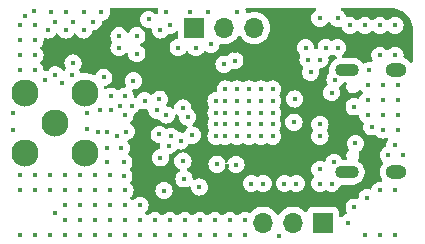
<source format=gbr>
%TF.GenerationSoftware,KiCad,Pcbnew,8.0.0*%
%TF.CreationDate,2024-03-05T20:17:21-06:00*%
%TF.ProjectId,rigel-a-hw,72696765-6c2d-4612-9d68-772e6b696361,rev?*%
%TF.SameCoordinates,Original*%
%TF.FileFunction,Copper,L3,Inr*%
%TF.FilePolarity,Positive*%
%FSLAX46Y46*%
G04 Gerber Fmt 4.6, Leading zero omitted, Abs format (unit mm)*
G04 Created by KiCad (PCBNEW 8.0.0) date 2024-03-05 20:17:21*
%MOMM*%
%LPD*%
G01*
G04 APERTURE LIST*
%TA.AperFunction,ComponentPad*%
%ADD10C,2.300000*%
%TD*%
%TA.AperFunction,ComponentPad*%
%ADD11R,1.700000X1.700000*%
%TD*%
%TA.AperFunction,ComponentPad*%
%ADD12O,1.700000X1.700000*%
%TD*%
%TA.AperFunction,ComponentPad*%
%ADD13O,1.800000X1.200000*%
%TD*%
%TA.AperFunction,ComponentPad*%
%ADD14O,2.000000X1.100000*%
%TD*%
%TA.AperFunction,ViaPad*%
%ADD15C,0.450000*%
%TD*%
G04 APERTURE END LIST*
D10*
%TO.N,GND*%
%TO.C,U6*%
X102019990Y-107300000D03*
X102019990Y-112380010D03*
X107100000Y-112380010D03*
X107100000Y-107300000D03*
%TO.N,Net-(U6-IN)*%
X104559995Y-109840005D03*
%TD*%
D11*
%TO.N,GND*%
%TO.C,J3*%
X116375000Y-101825000D03*
D12*
%TO.N,/USART1_RX*%
X118915000Y-101825000D03*
%TO.N,/USART1_TX*%
X121455000Y-101825000D03*
%TD*%
D13*
%TO.N,unconnected-(U4-SHELL-Pad13)_0*%
%TO.C,U4*%
X133479960Y-105384861D03*
D14*
%TO.N,unconnected-(U4-SHELL-Pad13)*%
X129279807Y-105384861D03*
D13*
%TO.N,unconnected-(U4-SHELL-Pad14)_0*%
X133479960Y-114034849D03*
D14*
%TO.N,unconnected-(U4-SHELL-Pad14)*%
X129279807Y-114034849D03*
%TD*%
D11*
%TO.N,GND*%
%TO.C,J1*%
X127280000Y-118300000D03*
D12*
%TO.N,/JTCK{slash}SWCLK*%
X124740000Y-118300000D03*
%TO.N,/JTMS{slash}SWDIO*%
X122200000Y-118300000D03*
%TD*%
D15*
%TO.N,+3.3V*%
X119100000Y-113500000D03*
%TO.N,GND*%
X126213102Y-105591148D03*
%TO.N,+3.3V*%
X125800000Y-107600000D03*
X126400000Y-108600000D03*
%TO.N,+1V5*%
X124859082Y-107847105D03*
%TO.N,GND*%
X134000000Y-112600000D03*
X132800000Y-112600000D03*
%TO.N,/RESET*%
X115400000Y-108600000D03*
%TO.N,+3.3V*%
X119800000Y-103800000D03*
%TO.N,+1V5*%
X119900000Y-113400000D03*
%TO.N,GND*%
X104140000Y-115570000D03*
X114300000Y-119380000D03*
X129540000Y-101600000D03*
X107950000Y-114300000D03*
X123000000Y-108000000D03*
X133350000Y-111760000D03*
X131060000Y-106660000D03*
X128500000Y-103500000D03*
X109220000Y-116840000D03*
X132080000Y-115570000D03*
X109800000Y-111000000D03*
X120000000Y-100500000D03*
X115500000Y-114600000D03*
X128500000Y-101000000D03*
X102870000Y-104140000D03*
X118200000Y-110000000D03*
X127000000Y-111000000D03*
X121000000Y-108000000D03*
X101600000Y-119380000D03*
X116000000Y-100500000D03*
X114000000Y-109200000D03*
X113215018Y-108800000D03*
X113800000Y-115600000D03*
X133600000Y-107930000D03*
X129900000Y-117000000D03*
X111500000Y-104000000D03*
X106000000Y-105800000D03*
X118200000Y-109000000D03*
X118110000Y-118110000D03*
X102000000Y-100800000D03*
X105410000Y-116840000D03*
X110500000Y-109200000D03*
X114200000Y-111795000D03*
X104200000Y-100500000D03*
X132080000Y-119380000D03*
X124000000Y-115000000D03*
X132080000Y-104140000D03*
X128200000Y-113200000D03*
X109000000Y-110600000D03*
X119000000Y-107000000D03*
X103700000Y-106200000D03*
X122000000Y-108000000D03*
X121200000Y-115000000D03*
X110100000Y-108400000D03*
X126000000Y-104500000D03*
X113030000Y-119380000D03*
X102870000Y-101600000D03*
X104600000Y-101300000D03*
X105500000Y-100500000D03*
X133600000Y-110470000D03*
X114000000Y-100500000D03*
X107300000Y-109000000D03*
X123000000Y-107000000D03*
X132330000Y-106660000D03*
X105500000Y-102000000D03*
X120000000Y-107000000D03*
X101600000Y-104140000D03*
X123000000Y-110000000D03*
X121000000Y-109000000D03*
X132330000Y-110470000D03*
X133350000Y-101600000D03*
X109000000Y-113200000D03*
X125800000Y-103500000D03*
X104600000Y-105800000D03*
X116840000Y-119380000D03*
X109300000Y-108800000D03*
X133350000Y-115570000D03*
X113405054Y-107863208D03*
X105410000Y-114300000D03*
X116500000Y-103500000D03*
X123000000Y-109000000D03*
X122000000Y-109000000D03*
X122200000Y-115000000D03*
X110490000Y-116840000D03*
X110490000Y-115570000D03*
X119000000Y-111000000D03*
X107300000Y-110400000D03*
X119380000Y-118110000D03*
X115570000Y-119380000D03*
X108200000Y-110600000D03*
X132330000Y-109200000D03*
X113030000Y-118110000D03*
X121000000Y-107000000D03*
X106680000Y-118110000D03*
X110500000Y-107600000D03*
X122000000Y-111000000D03*
X133600000Y-109200000D03*
X109220000Y-118110000D03*
X127500000Y-103500000D03*
X120650000Y-119380000D03*
X121000000Y-111000000D03*
X108700000Y-106000000D03*
X107000000Y-100500000D03*
X112165018Y-108000000D03*
X120000000Y-111000000D03*
X107950000Y-118110000D03*
X110600000Y-110600000D03*
X114300000Y-101600000D03*
X104600000Y-117500000D03*
X125000000Y-115000000D03*
X110490000Y-119380000D03*
X110000000Y-102500000D03*
X109220000Y-115570000D03*
X101600000Y-115570000D03*
X128275000Y-106200000D03*
X110000000Y-103500000D03*
X113500000Y-102000000D03*
X107950000Y-119380000D03*
X101000000Y-110500000D03*
X110400000Y-113200000D03*
X131060000Y-107930000D03*
X104140000Y-119380000D03*
X133350000Y-104140000D03*
X111055010Y-108400000D03*
X101600000Y-105410000D03*
X113400000Y-110830000D03*
X123000000Y-111000000D03*
X104140000Y-114300000D03*
X106680000Y-119380000D03*
X114300000Y-118110000D03*
X108500000Y-100500000D03*
X127000000Y-101000000D03*
X106680000Y-116840000D03*
X102870000Y-114300000D03*
X104000000Y-102000000D03*
X119380000Y-119380000D03*
X119000000Y-110000000D03*
X128000000Y-115000000D03*
X109220000Y-119380000D03*
X120650000Y-118110000D03*
X130810000Y-101600000D03*
X132330000Y-107930000D03*
X116840000Y-118110000D03*
X127000000Y-110000000D03*
X101000000Y-109000000D03*
X101600000Y-114300000D03*
X123500000Y-119400000D03*
X110490000Y-118110000D03*
X107000000Y-102000000D03*
X108400000Y-108800000D03*
X122000000Y-107000000D03*
X116200000Y-110900000D03*
X102800000Y-100400000D03*
X106100000Y-104800000D03*
X131060000Y-109200000D03*
X107950000Y-116840000D03*
X133600000Y-106660000D03*
X107950000Y-115570000D03*
X102870000Y-105410000D03*
X105410000Y-118110000D03*
X117500000Y-100500000D03*
X115570000Y-118110000D03*
X131000000Y-116200000D03*
X127000000Y-104500000D03*
X120000000Y-110000000D03*
X114400000Y-111000000D03*
X111500000Y-102500000D03*
X130810000Y-119380000D03*
X115200000Y-111400000D03*
X118200000Y-111000000D03*
X101600000Y-101600000D03*
X102870000Y-119380000D03*
X109300000Y-107600000D03*
X115000000Y-103500000D03*
X105410000Y-119380000D03*
X111760000Y-119380000D03*
X113488028Y-112821833D03*
X118200000Y-108000000D03*
X120000000Y-108000000D03*
X122000000Y-110000000D03*
X129400000Y-118300000D03*
X105200000Y-106500000D03*
X133350000Y-119380000D03*
X131200000Y-105410000D03*
X121000000Y-110000000D03*
X106100000Y-101300000D03*
X111760000Y-118110000D03*
X110200000Y-112000000D03*
X109000000Y-112000000D03*
X110400000Y-114400000D03*
X132080000Y-101600000D03*
X131400000Y-110200000D03*
X120000000Y-109000000D03*
X106680000Y-115570000D03*
X117770033Y-103206970D03*
X102870000Y-115570000D03*
X111760000Y-116840000D03*
X105410000Y-115570000D03*
X102870000Y-102870000D03*
X107800000Y-101300000D03*
X101600000Y-102870000D03*
X119000000Y-109000000D03*
X109220000Y-114300000D03*
X127000000Y-115000000D03*
X106680000Y-114300000D03*
X119000000Y-108000000D03*
X118110000Y-119380000D03*
X115400000Y-113100000D03*
%TO.N,+3.3V*%
X126700000Y-103400000D03*
X118000000Y-104500000D03*
X117391971Y-114291386D03*
X123200000Y-101100000D03*
X119100000Y-113500000D03*
X125000000Y-106500000D03*
X124755131Y-111770495D03*
%TO.N,+5V*%
X128000000Y-107300000D03*
X130000000Y-111600000D03*
%TO.N,/PB0-VDD_TCXO*%
X116800000Y-115300000D03*
%TO.N,/OSC_IN*%
X118290538Y-113366470D03*
%TO.N,Net-(U4-CC1)*%
X127000000Y-113800000D03*
X129900000Y-108500000D03*
%TO.N,/BOOT0*%
X115800000Y-109370000D03*
%TO.N,/TIM1_CH1_LED_1*%
X112500000Y-101100000D03*
%TO.N,/USART2_RX*%
X118884625Y-104900000D03*
%TO.N,/USART2_TX*%
X119800000Y-104600000D03*
%TO.N,/TIM1_CH2_LED_2*%
X111200000Y-106300000D03*
%TO.N,Net-(U1-VDDA)*%
X124800000Y-109800000D03*
%TD*%
%TA.AperFunction,Conductor*%
%TO.N,+3.3V*%
G36*
X112503346Y-100145098D02*
G01*
X112535192Y-100129360D01*
X112556586Y-100127500D01*
X113186948Y-100127500D01*
X113253987Y-100147185D01*
X113299742Y-100199989D01*
X113309686Y-100269147D01*
X113303990Y-100292453D01*
X113288212Y-100337543D01*
X113270895Y-100491248D01*
X113269909Y-100500000D01*
X113271028Y-100509930D01*
X113273900Y-100535423D01*
X113261844Y-100604245D01*
X113214494Y-100655624D01*
X113146883Y-100673247D01*
X113080478Y-100651519D01*
X113062998Y-100636986D01*
X112955204Y-100529192D01*
X112816774Y-100442210D01*
X112662455Y-100388212D01*
X112542703Y-100374720D01*
X112499798Y-100356692D01*
X112478349Y-100370477D01*
X112457297Y-100374720D01*
X112337544Y-100388212D01*
X112183225Y-100442210D01*
X112044795Y-100529192D01*
X111929192Y-100644795D01*
X111842210Y-100783225D01*
X111788212Y-100937544D01*
X111769909Y-101099996D01*
X111769909Y-101100003D01*
X111788212Y-101262455D01*
X111842210Y-101416774D01*
X111899322Y-101507666D01*
X111929192Y-101555204D01*
X112044796Y-101670808D01*
X112183225Y-101757789D01*
X112337539Y-101811786D01*
X112337542Y-101811786D01*
X112337544Y-101811787D01*
X112499996Y-101830091D01*
X112500000Y-101830091D01*
X112500002Y-101830091D01*
X112552564Y-101824168D01*
X112638256Y-101814513D01*
X112707077Y-101826567D01*
X112758456Y-101873916D01*
X112776081Y-101941526D01*
X112775360Y-101951614D01*
X112769909Y-102000001D01*
X112769909Y-102000003D01*
X112788212Y-102162455D01*
X112788213Y-102162460D01*
X112788214Y-102162461D01*
X112788361Y-102162881D01*
X112842210Y-102316774D01*
X112903801Y-102414795D01*
X112929192Y-102455204D01*
X113044796Y-102570808D01*
X113183225Y-102657789D01*
X113337539Y-102711786D01*
X113337542Y-102711786D01*
X113337544Y-102711787D01*
X113499996Y-102730091D01*
X113500000Y-102730091D01*
X113500004Y-102730091D01*
X113662455Y-102711787D01*
X113662456Y-102711786D01*
X113662461Y-102711786D01*
X113816775Y-102657789D01*
X113955204Y-102570808D01*
X114070808Y-102455204D01*
X114117924Y-102380218D01*
X114170258Y-102333927D01*
X114236802Y-102322970D01*
X114281291Y-102327983D01*
X114299999Y-102330091D01*
X114300000Y-102330091D01*
X114300004Y-102330091D01*
X114462455Y-102311787D01*
X114462456Y-102311786D01*
X114462461Y-102311786D01*
X114616775Y-102257789D01*
X114755204Y-102170808D01*
X114812822Y-102113189D01*
X114874141Y-102079707D01*
X114943833Y-102084691D01*
X114999767Y-102126562D01*
X115024184Y-102192026D01*
X115024500Y-102200873D01*
X115024500Y-102656335D01*
X115004815Y-102723374D01*
X114952011Y-102769129D01*
X114914384Y-102779555D01*
X114837544Y-102788212D01*
X114683225Y-102842210D01*
X114544795Y-102929192D01*
X114429192Y-103044795D01*
X114342210Y-103183225D01*
X114288212Y-103337544D01*
X114269909Y-103499996D01*
X114269909Y-103500003D01*
X114288212Y-103662455D01*
X114342210Y-103816774D01*
X114412970Y-103929387D01*
X114429192Y-103955204D01*
X114544796Y-104070808D01*
X114683225Y-104157789D01*
X114837539Y-104211786D01*
X114837542Y-104211786D01*
X114837544Y-104211787D01*
X114999996Y-104230091D01*
X115000000Y-104230091D01*
X115000004Y-104230091D01*
X115162455Y-104211787D01*
X115162456Y-104211786D01*
X115162461Y-104211786D01*
X115316775Y-104157789D01*
X115455204Y-104070808D01*
X115570808Y-103955204D01*
X115645006Y-103837119D01*
X115697341Y-103790828D01*
X115766395Y-103780180D01*
X115830243Y-103808555D01*
X115854994Y-103837119D01*
X115929192Y-103955204D01*
X116044796Y-104070808D01*
X116183225Y-104157789D01*
X116337539Y-104211786D01*
X116337542Y-104211786D01*
X116337544Y-104211787D01*
X116499996Y-104230091D01*
X116500000Y-104230091D01*
X116500004Y-104230091D01*
X116662455Y-104211787D01*
X116662456Y-104211786D01*
X116662461Y-104211786D01*
X116816775Y-104157789D01*
X116955204Y-104070808D01*
X117070808Y-103955204D01*
X117153836Y-103823065D01*
X117206171Y-103776775D01*
X117275225Y-103766127D01*
X117324803Y-103784045D01*
X117376890Y-103816774D01*
X117453258Y-103864759D01*
X117607572Y-103918756D01*
X117607575Y-103918756D01*
X117607577Y-103918757D01*
X117770029Y-103937061D01*
X117770033Y-103937061D01*
X117770037Y-103937061D01*
X117932488Y-103918757D01*
X117932489Y-103918756D01*
X117932494Y-103918756D01*
X118086808Y-103864759D01*
X118225237Y-103777778D01*
X118340841Y-103662174D01*
X118427822Y-103523745D01*
X118481819Y-103369431D01*
X118485413Y-103337539D01*
X118494381Y-103257943D01*
X118521447Y-103193529D01*
X118579042Y-103153974D01*
X118648879Y-103151836D01*
X118649500Y-103152000D01*
X118679592Y-103160063D01*
X118867918Y-103176539D01*
X118914999Y-103180659D01*
X118915000Y-103180659D01*
X118915001Y-103180659D01*
X118954234Y-103177226D01*
X119150408Y-103160063D01*
X119378663Y-103098903D01*
X119592830Y-102999035D01*
X119786401Y-102863495D01*
X119953495Y-102696401D01*
X120083425Y-102510842D01*
X120138002Y-102467217D01*
X120207500Y-102460023D01*
X120269855Y-102491546D01*
X120286575Y-102510842D01*
X120416500Y-102696395D01*
X120416505Y-102696401D01*
X120583599Y-102863495D01*
X120658421Y-102915886D01*
X120777165Y-102999032D01*
X120777167Y-102999033D01*
X120777170Y-102999035D01*
X120991337Y-103098903D01*
X121219592Y-103160063D01*
X121407918Y-103176539D01*
X121454999Y-103180659D01*
X121455000Y-103180659D01*
X121455001Y-103180659D01*
X121494234Y-103177226D01*
X121690408Y-103160063D01*
X121918663Y-103098903D01*
X122132830Y-102999035D01*
X122326401Y-102863495D01*
X122493495Y-102696401D01*
X122629035Y-102502830D01*
X122728903Y-102288663D01*
X122790063Y-102060408D01*
X122810659Y-101825000D01*
X122809741Y-101814513D01*
X122805187Y-101762455D01*
X122790063Y-101589592D01*
X122728903Y-101361337D01*
X122629035Y-101147171D01*
X122628661Y-101146636D01*
X122493494Y-100953597D01*
X122326402Y-100786506D01*
X122326395Y-100786501D01*
X122321716Y-100783225D01*
X122249518Y-100732671D01*
X122132834Y-100650967D01*
X122132830Y-100650965D01*
X122102852Y-100636986D01*
X121918663Y-100551097D01*
X121918659Y-100551096D01*
X121918655Y-100551094D01*
X121690413Y-100489938D01*
X121690403Y-100489936D01*
X121455001Y-100469341D01*
X121454999Y-100469341D01*
X121219596Y-100489936D01*
X121219586Y-100489938D01*
X120991344Y-100551094D01*
X120991337Y-100551096D01*
X120991337Y-100551097D01*
X120951396Y-100569721D01*
X120904916Y-100591396D01*
X120835838Y-100601888D01*
X120772054Y-100573368D01*
X120733815Y-100514892D01*
X120729291Y-100492897D01*
X120711787Y-100337543D01*
X120710093Y-100332703D01*
X120696010Y-100292453D01*
X120692449Y-100222675D01*
X120727178Y-100162048D01*
X120789172Y-100129821D01*
X120813052Y-100127500D01*
X126594522Y-100127500D01*
X126661561Y-100147185D01*
X126707316Y-100199989D01*
X126717260Y-100269147D01*
X126688235Y-100332703D01*
X126660494Y-100356494D01*
X126544795Y-100429192D01*
X126429192Y-100544795D01*
X126342210Y-100683225D01*
X126288212Y-100837544D01*
X126269909Y-100999996D01*
X126269909Y-101000003D01*
X126288212Y-101162455D01*
X126342210Y-101316774D01*
X126401821Y-101411643D01*
X126429192Y-101455204D01*
X126544796Y-101570808D01*
X126683225Y-101657789D01*
X126837539Y-101711786D01*
X126837542Y-101711786D01*
X126837544Y-101711787D01*
X126999996Y-101730091D01*
X127000000Y-101730091D01*
X127000004Y-101730091D01*
X127162455Y-101711787D01*
X127162456Y-101711786D01*
X127162461Y-101711786D01*
X127316775Y-101657789D01*
X127455204Y-101570808D01*
X127570808Y-101455204D01*
X127645006Y-101337119D01*
X127697341Y-101290828D01*
X127766395Y-101280180D01*
X127830243Y-101308555D01*
X127854994Y-101337119D01*
X127929192Y-101455204D01*
X128044796Y-101570808D01*
X128183225Y-101657789D01*
X128337539Y-101711786D01*
X128337542Y-101711786D01*
X128337544Y-101711787D01*
X128499996Y-101730091D01*
X128500000Y-101730091D01*
X128500004Y-101730091D01*
X128662453Y-101711787D01*
X128662453Y-101711786D01*
X128662461Y-101711786D01*
X128677293Y-101706595D01*
X128747067Y-101703031D01*
X128807696Y-101737758D01*
X128835289Y-101782680D01*
X128845474Y-101811786D01*
X128882210Y-101916774D01*
X128948288Y-102021935D01*
X128969192Y-102055204D01*
X129084796Y-102170808D01*
X129223225Y-102257789D01*
X129377539Y-102311786D01*
X129377542Y-102311786D01*
X129377544Y-102311787D01*
X129539996Y-102330091D01*
X129540000Y-102330091D01*
X129540004Y-102330091D01*
X129702455Y-102311787D01*
X129702456Y-102311786D01*
X129702461Y-102311786D01*
X129856775Y-102257789D01*
X129995204Y-102170808D01*
X130087319Y-102078693D01*
X130148642Y-102045208D01*
X130218334Y-102050192D01*
X130262681Y-102078693D01*
X130354796Y-102170808D01*
X130493225Y-102257789D01*
X130647539Y-102311786D01*
X130647542Y-102311786D01*
X130647544Y-102311787D01*
X130809996Y-102330091D01*
X130810000Y-102330091D01*
X130810004Y-102330091D01*
X130972455Y-102311787D01*
X130972456Y-102311786D01*
X130972461Y-102311786D01*
X131126775Y-102257789D01*
X131265204Y-102170808D01*
X131357319Y-102078693D01*
X131418642Y-102045208D01*
X131488334Y-102050192D01*
X131532681Y-102078693D01*
X131624796Y-102170808D01*
X131763225Y-102257789D01*
X131917539Y-102311786D01*
X131917542Y-102311786D01*
X131917544Y-102311787D01*
X132079996Y-102330091D01*
X132080000Y-102330091D01*
X132080004Y-102330091D01*
X132242455Y-102311787D01*
X132242456Y-102311786D01*
X132242461Y-102311786D01*
X132396775Y-102257789D01*
X132535204Y-102170808D01*
X132627319Y-102078693D01*
X132688642Y-102045208D01*
X132758334Y-102050192D01*
X132802681Y-102078693D01*
X132894796Y-102170808D01*
X133033225Y-102257789D01*
X133187539Y-102311786D01*
X133187542Y-102311786D01*
X133187544Y-102311787D01*
X133349996Y-102330091D01*
X133350000Y-102330091D01*
X133350004Y-102330091D01*
X133512455Y-102311787D01*
X133512456Y-102311786D01*
X133512461Y-102311786D01*
X133666775Y-102257789D01*
X133805204Y-102170808D01*
X133920808Y-102055204D01*
X134007789Y-101916775D01*
X134061786Y-101762461D01*
X134062283Y-101758050D01*
X134080091Y-101600003D01*
X134080091Y-101599996D01*
X134061787Y-101437544D01*
X134061786Y-101437542D01*
X134061786Y-101437539D01*
X134007789Y-101283225D01*
X133920808Y-101144796D01*
X133805204Y-101029192D01*
X133758750Y-101000003D01*
X133666774Y-100942210D01*
X133512455Y-100888212D01*
X133350004Y-100869909D01*
X133349996Y-100869909D01*
X133187544Y-100888212D01*
X133033225Y-100942210D01*
X132894795Y-101029192D01*
X132802681Y-101121307D01*
X132741358Y-101154792D01*
X132671666Y-101149808D01*
X132627319Y-101121307D01*
X132535204Y-101029192D01*
X132396774Y-100942210D01*
X132242455Y-100888212D01*
X132080004Y-100869909D01*
X132079996Y-100869909D01*
X131917544Y-100888212D01*
X131763225Y-100942210D01*
X131624795Y-101029192D01*
X131532681Y-101121307D01*
X131471358Y-101154792D01*
X131401666Y-101149808D01*
X131357319Y-101121307D01*
X131265204Y-101029192D01*
X131126774Y-100942210D01*
X130972455Y-100888212D01*
X130810004Y-100869909D01*
X130809996Y-100869909D01*
X130647544Y-100888212D01*
X130493225Y-100942210D01*
X130354795Y-101029192D01*
X130262681Y-101121307D01*
X130201358Y-101154792D01*
X130131666Y-101149808D01*
X130087319Y-101121307D01*
X129995204Y-101029192D01*
X129856774Y-100942210D01*
X129702455Y-100888212D01*
X129540004Y-100869909D01*
X129539996Y-100869909D01*
X129377542Y-100888212D01*
X129362703Y-100893405D01*
X129292924Y-100896965D01*
X129232297Y-100862234D01*
X129204710Y-100817318D01*
X129157789Y-100683225D01*
X129070808Y-100544796D01*
X128955204Y-100429192D01*
X128839505Y-100356493D01*
X128793215Y-100304159D01*
X128782567Y-100235105D01*
X128810942Y-100171257D01*
X128869332Y-100132885D01*
X128905478Y-100127500D01*
X132970899Y-100127500D01*
X132995933Y-100127500D01*
X133004042Y-100127765D01*
X133025793Y-100129190D01*
X133236316Y-100142988D01*
X133252375Y-100145103D01*
X133476677Y-100189720D01*
X133492322Y-100193912D01*
X133708886Y-100267426D01*
X133723857Y-100273627D01*
X133891896Y-100356494D01*
X133928960Y-100374772D01*
X133943008Y-100382882D01*
X134133152Y-100509933D01*
X134146012Y-100519801D01*
X134219406Y-100584166D01*
X134317946Y-100670584D01*
X134329415Y-100682053D01*
X134373806Y-100732671D01*
X134476947Y-100850280D01*
X134480195Y-100853983D01*
X134490068Y-100866849D01*
X134514443Y-100903330D01*
X134617117Y-101056992D01*
X134625227Y-101071039D01*
X134726369Y-101276135D01*
X134732576Y-101291120D01*
X134806084Y-101507666D01*
X134810282Y-101523334D01*
X134854894Y-101747612D01*
X134857012Y-101763693D01*
X134872235Y-101995956D01*
X134872500Y-102004066D01*
X134872500Y-104634698D01*
X134852815Y-104701737D01*
X134800011Y-104747492D01*
X134730853Y-104757436D01*
X134667297Y-104728411D01*
X134648183Y-104707584D01*
X134619378Y-104667939D01*
X134619374Y-104667933D01*
X134496888Y-104545447D01*
X134356748Y-104443629D01*
X134332588Y-104431319D01*
X134202406Y-104364988D01*
X134156184Y-104349969D01*
X134098510Y-104310531D01*
X134071313Y-104246171D01*
X134071285Y-104218155D01*
X134080091Y-104140002D01*
X134080091Y-104139996D01*
X134061787Y-103977544D01*
X134061786Y-103977542D01*
X134061786Y-103977539D01*
X134007789Y-103823225D01*
X133920808Y-103684796D01*
X133805204Y-103569192D01*
X133744992Y-103531358D01*
X133666774Y-103482210D01*
X133512455Y-103428212D01*
X133350004Y-103409909D01*
X133349996Y-103409909D01*
X133187544Y-103428212D01*
X133033225Y-103482210D01*
X132894795Y-103569192D01*
X132802681Y-103661307D01*
X132741358Y-103694792D01*
X132671666Y-103689808D01*
X132627319Y-103661307D01*
X132535204Y-103569192D01*
X132396774Y-103482210D01*
X132242455Y-103428212D01*
X132080004Y-103409909D01*
X132079996Y-103409909D01*
X131917544Y-103428212D01*
X131763225Y-103482210D01*
X131624795Y-103569192D01*
X131509192Y-103684795D01*
X131422210Y-103823225D01*
X131368212Y-103977544D01*
X131349909Y-104139996D01*
X131349909Y-104140003D01*
X131368212Y-104302455D01*
X131368213Y-104302460D01*
X131368214Y-104302461D01*
X131371038Y-104310531D01*
X131422210Y-104456775D01*
X131453035Y-104505832D01*
X131472035Y-104573069D01*
X131451667Y-104639904D01*
X131398399Y-104685118D01*
X131334158Y-104695024D01*
X131200004Y-104679909D01*
X131199996Y-104679909D01*
X131037544Y-104698212D01*
X130883225Y-104752210D01*
X130765068Y-104826454D01*
X130697831Y-104845454D01*
X130630996Y-104825086D01*
X130595993Y-104790350D01*
X130577358Y-104762461D01*
X130545784Y-104715206D01*
X130545782Y-104715203D01*
X130399464Y-104568885D01*
X130305097Y-104505832D01*
X130227405Y-104453920D01*
X130208050Y-104445903D01*
X130036227Y-104374731D01*
X130036219Y-104374729D01*
X129833276Y-104334361D01*
X129833272Y-104334361D01*
X128966176Y-104334361D01*
X128899137Y-104314676D01*
X128853382Y-104261872D01*
X128843438Y-104192714D01*
X128872463Y-104129158D01*
X128900203Y-104105368D01*
X128955202Y-104070809D01*
X128955201Y-104070809D01*
X128955204Y-104070808D01*
X129070808Y-103955204D01*
X129157789Y-103816775D01*
X129211786Y-103662461D01*
X129211787Y-103662455D01*
X129230091Y-103500003D01*
X129230091Y-103499996D01*
X129211787Y-103337544D01*
X129211786Y-103337542D01*
X129211786Y-103337539D01*
X129157789Y-103183225D01*
X129070808Y-103044796D01*
X128955204Y-102929192D01*
X128861001Y-102870000D01*
X128816774Y-102842210D01*
X128662455Y-102788212D01*
X128500004Y-102769909D01*
X128499996Y-102769909D01*
X128337544Y-102788212D01*
X128183225Y-102842210D01*
X128065972Y-102915886D01*
X127998735Y-102934886D01*
X127934028Y-102915886D01*
X127816774Y-102842210D01*
X127662455Y-102788212D01*
X127500004Y-102769909D01*
X127499996Y-102769909D01*
X127337544Y-102788212D01*
X127183225Y-102842210D01*
X127044795Y-102929192D01*
X126929192Y-103044795D01*
X126842210Y-103183225D01*
X126788212Y-103337544D01*
X126773220Y-103470609D01*
X126746154Y-103535023D01*
X126688559Y-103574579D01*
X126618722Y-103576716D01*
X126558815Y-103540758D01*
X126527860Y-103478120D01*
X126526780Y-103470609D01*
X126511787Y-103337544D01*
X126511786Y-103337542D01*
X126511786Y-103337539D01*
X126457789Y-103183225D01*
X126370808Y-103044796D01*
X126255204Y-102929192D01*
X126161001Y-102870000D01*
X126116774Y-102842210D01*
X125962455Y-102788212D01*
X125800004Y-102769909D01*
X125799996Y-102769909D01*
X125637544Y-102788212D01*
X125483225Y-102842210D01*
X125344795Y-102929192D01*
X125229192Y-103044795D01*
X125142210Y-103183225D01*
X125088212Y-103337544D01*
X125069909Y-103499996D01*
X125069909Y-103500003D01*
X125088212Y-103662455D01*
X125142210Y-103816774D01*
X125229192Y-103955204D01*
X125317378Y-104043390D01*
X125350863Y-104104713D01*
X125345879Y-104174405D01*
X125342631Y-104182024D01*
X125288212Y-104337544D01*
X125269909Y-104499996D01*
X125269909Y-104500003D01*
X125288212Y-104662455D01*
X125342210Y-104816774D01*
X125429192Y-104955204D01*
X125544797Y-105070809D01*
X125550246Y-105075155D01*
X125548266Y-105077637D01*
X125585307Y-105119468D01*
X125595992Y-105188516D01*
X125578067Y-105238158D01*
X125555313Y-105274371D01*
X125501314Y-105428692D01*
X125483011Y-105591144D01*
X125483011Y-105591151D01*
X125501314Y-105753603D01*
X125555312Y-105907922D01*
X125609526Y-105994202D01*
X125642294Y-106046352D01*
X125757898Y-106161956D01*
X125896327Y-106248937D01*
X126050641Y-106302934D01*
X126050644Y-106302934D01*
X126050646Y-106302935D01*
X126213098Y-106321239D01*
X126213102Y-106321239D01*
X126213106Y-106321239D01*
X126375557Y-106302935D01*
X126375558Y-106302934D01*
X126375563Y-106302934D01*
X126529877Y-106248937D01*
X126668306Y-106161956D01*
X126783910Y-106046352D01*
X126870891Y-105907923D01*
X126924888Y-105753609D01*
X126925881Y-105744796D01*
X126943193Y-105591151D01*
X126943193Y-105591144D01*
X126924889Y-105428692D01*
X126924888Y-105428690D01*
X126924888Y-105428687D01*
X126912235Y-105392529D01*
X126908673Y-105322753D01*
X126943402Y-105262125D01*
X127005395Y-105229898D01*
X127015381Y-105228357D01*
X127118183Y-105216775D01*
X127162455Y-105211787D01*
X127162456Y-105211786D01*
X127162461Y-105211786D01*
X127316775Y-105157789D01*
X127455204Y-105070808D01*
X127570808Y-104955204D01*
X127657789Y-104816775D01*
X127711786Y-104662461D01*
X127711787Y-104662455D01*
X127730091Y-104500003D01*
X127730091Y-104499996D01*
X127711787Y-104337542D01*
X127708157Y-104327168D01*
X127704595Y-104257389D01*
X127739323Y-104196762D01*
X127784241Y-104169172D01*
X127816775Y-104157789D01*
X127934028Y-104084113D01*
X128001264Y-104065113D01*
X128065971Y-104084113D01*
X128099798Y-104105368D01*
X128183221Y-104157787D01*
X128183225Y-104157789D01*
X128337539Y-104211786D01*
X128337541Y-104211786D01*
X128344111Y-104214085D01*
X128343138Y-104216865D01*
X128392625Y-104244507D01*
X128425520Y-104306149D01*
X128419867Y-104375789D01*
X128377460Y-104431319D01*
X128351562Y-104445903D01*
X128332210Y-104453919D01*
X128160149Y-104568885D01*
X128013831Y-104715203D01*
X127898865Y-104887264D01*
X127819677Y-105078440D01*
X127819675Y-105078448D01*
X127779307Y-105281391D01*
X127779307Y-105488330D01*
X127796464Y-105574585D01*
X127790237Y-105644177D01*
X127762530Y-105686456D01*
X127704192Y-105744794D01*
X127617210Y-105883225D01*
X127563212Y-106037544D01*
X127544909Y-106199996D01*
X127544909Y-106200003D01*
X127563212Y-106362455D01*
X127617211Y-106516776D01*
X127626432Y-106531452D01*
X127645431Y-106598689D01*
X127625062Y-106665524D01*
X127587410Y-106702415D01*
X127544798Y-106729190D01*
X127544795Y-106729192D01*
X127429192Y-106844795D01*
X127342210Y-106983225D01*
X127288212Y-107137544D01*
X127269909Y-107299996D01*
X127269909Y-107300003D01*
X127288212Y-107462455D01*
X127342210Y-107616774D01*
X127387666Y-107689116D01*
X127429192Y-107755204D01*
X127544796Y-107870808D01*
X127683225Y-107957789D01*
X127837539Y-108011786D01*
X127837542Y-108011786D01*
X127837544Y-108011787D01*
X127999996Y-108030091D01*
X128000000Y-108030091D01*
X128000004Y-108030091D01*
X128162455Y-108011787D01*
X128162456Y-108011786D01*
X128162461Y-108011786D01*
X128316775Y-107957789D01*
X128455204Y-107870808D01*
X128570808Y-107755204D01*
X128657789Y-107616775D01*
X128711786Y-107462461D01*
X128712604Y-107455204D01*
X128730091Y-107300003D01*
X128730091Y-107299996D01*
X128711787Y-107137542D01*
X128657789Y-106983225D01*
X128657785Y-106983217D01*
X128648568Y-106968548D01*
X128629568Y-106901311D01*
X128649936Y-106834476D01*
X128687586Y-106797586D01*
X128730204Y-106770808D01*
X128845808Y-106655204D01*
X128932789Y-106516775D01*
X128932789Y-106516772D01*
X128932792Y-106516769D01*
X128935812Y-106510500D01*
X128937356Y-106511243D01*
X128972935Y-106461634D01*
X129037887Y-106435884D01*
X129049260Y-106435361D01*
X129172717Y-106435361D01*
X129239756Y-106455046D01*
X129285511Y-106507850D01*
X129295455Y-106577008D01*
X129287277Y-106606817D01*
X129287005Y-106607471D01*
X129287004Y-106607474D01*
X129249487Y-106747488D01*
X129249487Y-106892440D01*
X129272085Y-106976775D01*
X129287004Y-107032455D01*
X129287006Y-107032460D01*
X129359475Y-107157980D01*
X129359479Y-107157985D01*
X129359480Y-107157987D01*
X129461977Y-107260484D01*
X129461979Y-107260485D01*
X129461983Y-107260488D01*
X129587503Y-107332957D01*
X129587508Y-107332959D01*
X129587510Y-107332960D01*
X129727524Y-107370477D01*
X129727527Y-107370477D01*
X129872473Y-107370477D01*
X129872476Y-107370477D01*
X130012490Y-107332960D01*
X130012493Y-107332958D01*
X130012496Y-107332957D01*
X130138016Y-107260488D01*
X130138015Y-107260488D01*
X130138023Y-107260484D01*
X130240520Y-107157987D01*
X130269577Y-107107657D01*
X130320139Y-107059446D01*
X130388746Y-107046221D01*
X130453612Y-107072188D01*
X130481955Y-107103687D01*
X130489190Y-107115201D01*
X130489192Y-107115204D01*
X130581307Y-107207319D01*
X130614792Y-107268642D01*
X130609808Y-107338334D01*
X130581307Y-107382681D01*
X130489192Y-107474795D01*
X130402209Y-107613227D01*
X130351551Y-107757999D01*
X130310830Y-107814775D01*
X130245877Y-107840522D01*
X130193556Y-107834086D01*
X130062455Y-107788212D01*
X129900004Y-107769909D01*
X129899996Y-107769909D01*
X129737544Y-107788212D01*
X129583225Y-107842210D01*
X129444795Y-107929192D01*
X129329192Y-108044795D01*
X129242210Y-108183225D01*
X129188212Y-108337544D01*
X129169909Y-108499996D01*
X129169909Y-108500003D01*
X129188212Y-108662455D01*
X129242210Y-108816774D01*
X129283964Y-108883225D01*
X129329192Y-108955204D01*
X129444796Y-109070808D01*
X129583225Y-109157789D01*
X129737539Y-109211786D01*
X129737542Y-109211786D01*
X129737544Y-109211787D01*
X129899996Y-109230091D01*
X129900000Y-109230091D01*
X129900004Y-109230091D01*
X130062457Y-109211787D01*
X130062459Y-109211786D01*
X130062461Y-109211786D01*
X130174276Y-109172659D01*
X130244055Y-109169098D01*
X130304682Y-109203826D01*
X130336910Y-109265820D01*
X130338451Y-109275818D01*
X130348212Y-109362455D01*
X130402210Y-109516774D01*
X130489192Y-109655204D01*
X130604798Y-109770810D01*
X130632497Y-109788214D01*
X130665959Y-109809239D01*
X130712251Y-109861573D01*
X130722900Y-109930626D01*
X130717030Y-109955187D01*
X130688212Y-110037544D01*
X130669909Y-110199996D01*
X130669909Y-110200003D01*
X130688212Y-110362455D01*
X130742210Y-110516774D01*
X130783964Y-110583225D01*
X130829192Y-110655204D01*
X130944796Y-110770808D01*
X131083225Y-110857789D01*
X131237539Y-110911786D01*
X131237542Y-110911786D01*
X131237544Y-110911787D01*
X131399996Y-110930091D01*
X131400000Y-110930091D01*
X131400004Y-110930091D01*
X131562455Y-110911787D01*
X131562456Y-110911786D01*
X131562461Y-110911786D01*
X131624862Y-110889950D01*
X131694637Y-110886388D01*
X131754099Y-110920448D01*
X131754268Y-110920280D01*
X131754889Y-110920901D01*
X131755264Y-110921116D01*
X131756390Y-110922402D01*
X131759192Y-110925204D01*
X131874796Y-111040808D01*
X132013225Y-111127789D01*
X132167539Y-111181786D01*
X132167542Y-111181786D01*
X132167544Y-111181787D01*
X132329996Y-111200091D01*
X132330000Y-111200091D01*
X132330004Y-111200091D01*
X132492454Y-111181787D01*
X132492454Y-111181786D01*
X132492461Y-111181786D01*
X132624592Y-111135550D01*
X132694370Y-111131990D01*
X132754998Y-111166719D01*
X132787225Y-111228712D01*
X132780820Y-111298288D01*
X132770540Y-111318565D01*
X132692210Y-111443225D01*
X132638212Y-111597544D01*
X132619909Y-111759996D01*
X132619909Y-111759998D01*
X132623404Y-111791023D01*
X132611347Y-111859845D01*
X132563997Y-111911223D01*
X132541140Y-111921945D01*
X132483222Y-111942212D01*
X132344795Y-112029192D01*
X132229192Y-112144795D01*
X132142210Y-112283225D01*
X132088212Y-112437544D01*
X132069909Y-112599996D01*
X132069909Y-112600003D01*
X132088212Y-112762455D01*
X132142210Y-112916774D01*
X132229192Y-113055204D01*
X132329354Y-113155366D01*
X132362839Y-113216689D01*
X132357855Y-113286381D01*
X132341991Y-113315933D01*
X132340548Y-113317918D01*
X132340546Y-113317921D01*
X132340542Y-113317927D01*
X132238728Y-113458060D01*
X132160088Y-113612401D01*
X132106557Y-113777151D01*
X132094260Y-113854792D01*
X132079460Y-113948238D01*
X132079460Y-114121460D01*
X132106558Y-114292550D01*
X132153668Y-114437539D01*
X132160088Y-114457296D01*
X132238728Y-114611637D01*
X132268151Y-114652134D01*
X132291631Y-114717941D01*
X132275806Y-114785995D01*
X132225700Y-114834690D01*
X132157222Y-114848565D01*
X132153951Y-114848240D01*
X132080005Y-114839909D01*
X132079996Y-114839909D01*
X131917544Y-114858212D01*
X131763225Y-114912210D01*
X131624795Y-114999192D01*
X131509192Y-115114795D01*
X131422210Y-115253225D01*
X131368212Y-115407544D01*
X131366817Y-115413656D01*
X131332700Y-115474630D01*
X131271035Y-115507480D01*
X131204976Y-115503090D01*
X131162456Y-115488212D01*
X131162457Y-115488212D01*
X131000004Y-115469909D01*
X130999996Y-115469909D01*
X130837544Y-115488212D01*
X130683225Y-115542210D01*
X130544795Y-115629192D01*
X130429192Y-115744795D01*
X130342210Y-115883225D01*
X130288212Y-116037544D01*
X130269887Y-116200190D01*
X130242821Y-116264604D01*
X130185226Y-116304159D01*
X130115389Y-116306296D01*
X130105715Y-116303348D01*
X130062459Y-116288213D01*
X130062457Y-116288212D01*
X129900004Y-116269909D01*
X129899996Y-116269909D01*
X129737544Y-116288212D01*
X129583225Y-116342210D01*
X129444795Y-116429192D01*
X129329192Y-116544795D01*
X129242210Y-116683225D01*
X129188212Y-116837544D01*
X129169909Y-116999996D01*
X129169909Y-117000003D01*
X129188212Y-117162455D01*
X129242210Y-117316774D01*
X129298458Y-117406292D01*
X129317458Y-117473529D01*
X129297090Y-117540364D01*
X129243822Y-117585578D01*
X129234424Y-117589303D01*
X129197138Y-117602351D01*
X129083224Y-117642211D01*
X128944797Y-117729191D01*
X128842180Y-117831808D01*
X128780857Y-117865292D01*
X128711165Y-117860308D01*
X128655232Y-117818436D01*
X128630815Y-117752971D01*
X128630499Y-117744126D01*
X128630499Y-117402129D01*
X128630498Y-117402123D01*
X128628110Y-117379909D01*
X128624091Y-117342517D01*
X128622810Y-117339083D01*
X128573797Y-117207671D01*
X128573793Y-117207664D01*
X128487547Y-117092455D01*
X128487544Y-117092452D01*
X128372335Y-117006206D01*
X128372328Y-117006202D01*
X128237482Y-116955908D01*
X128237483Y-116955908D01*
X128177883Y-116949501D01*
X128177881Y-116949500D01*
X128177873Y-116949500D01*
X128177864Y-116949500D01*
X126382129Y-116949500D01*
X126382123Y-116949501D01*
X126322516Y-116955908D01*
X126187671Y-117006202D01*
X126187664Y-117006206D01*
X126072455Y-117092452D01*
X126072452Y-117092455D01*
X125986206Y-117207664D01*
X125986203Y-117207669D01*
X125937189Y-117339083D01*
X125895317Y-117395016D01*
X125829853Y-117419433D01*
X125761580Y-117404581D01*
X125733326Y-117383430D01*
X125611402Y-117261506D01*
X125611395Y-117261501D01*
X125417834Y-117125967D01*
X125417830Y-117125965D01*
X125399820Y-117117567D01*
X125203663Y-117026097D01*
X125203659Y-117026096D01*
X125203655Y-117026094D01*
X124975413Y-116964938D01*
X124975403Y-116964936D01*
X124740001Y-116944341D01*
X124739999Y-116944341D01*
X124504596Y-116964936D01*
X124504586Y-116964938D01*
X124276344Y-117026094D01*
X124276335Y-117026098D01*
X124062171Y-117125964D01*
X124062169Y-117125965D01*
X123868597Y-117261505D01*
X123701505Y-117428597D01*
X123571575Y-117614158D01*
X123516998Y-117657783D01*
X123447500Y-117664977D01*
X123385145Y-117633454D01*
X123368425Y-117614158D01*
X123238494Y-117428597D01*
X123071402Y-117261506D01*
X123071395Y-117261501D01*
X122877834Y-117125967D01*
X122877830Y-117125965D01*
X122859820Y-117117567D01*
X122663663Y-117026097D01*
X122663659Y-117026096D01*
X122663655Y-117026094D01*
X122435413Y-116964938D01*
X122435403Y-116964936D01*
X122200001Y-116944341D01*
X122199999Y-116944341D01*
X121964596Y-116964936D01*
X121964586Y-116964938D01*
X121736344Y-117026094D01*
X121736335Y-117026098D01*
X121522171Y-117125964D01*
X121522169Y-117125965D01*
X121328597Y-117261505D01*
X121161508Y-117428595D01*
X121161500Y-117428604D01*
X121158184Y-117433341D01*
X121103605Y-117476963D01*
X121034106Y-117484152D01*
X120990643Y-117467207D01*
X120966776Y-117452211D01*
X120846620Y-117410167D01*
X120812461Y-117398214D01*
X120812460Y-117398213D01*
X120812455Y-117398212D01*
X120650004Y-117379909D01*
X120649996Y-117379909D01*
X120487544Y-117398212D01*
X120333225Y-117452210D01*
X120194795Y-117539192D01*
X120102681Y-117631307D01*
X120041358Y-117664792D01*
X119971666Y-117659808D01*
X119927319Y-117631307D01*
X119835204Y-117539192D01*
X119696774Y-117452210D01*
X119553649Y-117402129D01*
X119542461Y-117398214D01*
X119542460Y-117398213D01*
X119542455Y-117398212D01*
X119380004Y-117379909D01*
X119379996Y-117379909D01*
X119217544Y-117398212D01*
X119063225Y-117452210D01*
X118924795Y-117539192D01*
X118832681Y-117631307D01*
X118771358Y-117664792D01*
X118701666Y-117659808D01*
X118657319Y-117631307D01*
X118565204Y-117539192D01*
X118426774Y-117452210D01*
X118283649Y-117402129D01*
X118272461Y-117398214D01*
X118272460Y-117398213D01*
X118272455Y-117398212D01*
X118110004Y-117379909D01*
X118109996Y-117379909D01*
X117947544Y-117398212D01*
X117793225Y-117452210D01*
X117654795Y-117539192D01*
X117562681Y-117631307D01*
X117501358Y-117664792D01*
X117431666Y-117659808D01*
X117387319Y-117631307D01*
X117295204Y-117539192D01*
X117156774Y-117452210D01*
X117013649Y-117402129D01*
X117002461Y-117398214D01*
X117002460Y-117398213D01*
X117002455Y-117398212D01*
X116840004Y-117379909D01*
X116839996Y-117379909D01*
X116677544Y-117398212D01*
X116523225Y-117452210D01*
X116384795Y-117539192D01*
X116292681Y-117631307D01*
X116231358Y-117664792D01*
X116161666Y-117659808D01*
X116117319Y-117631307D01*
X116025204Y-117539192D01*
X115886774Y-117452210D01*
X115743649Y-117402129D01*
X115732461Y-117398214D01*
X115732460Y-117398213D01*
X115732455Y-117398212D01*
X115570004Y-117379909D01*
X115569996Y-117379909D01*
X115407544Y-117398212D01*
X115253225Y-117452210D01*
X115114795Y-117539192D01*
X115022681Y-117631307D01*
X114961358Y-117664792D01*
X114891666Y-117659808D01*
X114847319Y-117631307D01*
X114755204Y-117539192D01*
X114616774Y-117452210D01*
X114473649Y-117402129D01*
X114462461Y-117398214D01*
X114462460Y-117398213D01*
X114462455Y-117398212D01*
X114300004Y-117379909D01*
X114299996Y-117379909D01*
X114137544Y-117398212D01*
X113983225Y-117452210D01*
X113844795Y-117539192D01*
X113752681Y-117631307D01*
X113691358Y-117664792D01*
X113621666Y-117659808D01*
X113577319Y-117631307D01*
X113485204Y-117539192D01*
X113346774Y-117452210D01*
X113203649Y-117402129D01*
X113192461Y-117398214D01*
X113192460Y-117398213D01*
X113192455Y-117398212D01*
X113030004Y-117379909D01*
X113029996Y-117379909D01*
X112867544Y-117398212D01*
X112713225Y-117452210D01*
X112574795Y-117539192D01*
X112482681Y-117631307D01*
X112421358Y-117664792D01*
X112351666Y-117659808D01*
X112307319Y-117631307D01*
X112238693Y-117562681D01*
X112205208Y-117501358D01*
X112210192Y-117431666D01*
X112238693Y-117387319D01*
X112283496Y-117342516D01*
X112330808Y-117295204D01*
X112417789Y-117156775D01*
X112471786Y-117002461D01*
X112471787Y-117002455D01*
X112490091Y-116840003D01*
X112490091Y-116839996D01*
X112471787Y-116677544D01*
X112471786Y-116677542D01*
X112471786Y-116677539D01*
X112417789Y-116523225D01*
X112330808Y-116384796D01*
X112215204Y-116269192D01*
X112182009Y-116248334D01*
X112076774Y-116182210D01*
X111922455Y-116128212D01*
X111760004Y-116109909D01*
X111759996Y-116109909D01*
X111597544Y-116128212D01*
X111443225Y-116182210D01*
X111304795Y-116269192D01*
X111212681Y-116361307D01*
X111151358Y-116394792D01*
X111081666Y-116389808D01*
X111037319Y-116361307D01*
X110968693Y-116292681D01*
X110935208Y-116231358D01*
X110940192Y-116161666D01*
X110968693Y-116117319D01*
X110976103Y-116109909D01*
X111060808Y-116025204D01*
X111147789Y-115886775D01*
X111201786Y-115732461D01*
X111202053Y-115730091D01*
X111216711Y-115600003D01*
X113069909Y-115600003D01*
X113088212Y-115762455D01*
X113142210Y-115916774D01*
X113201911Y-116011787D01*
X113229192Y-116055204D01*
X113344796Y-116170808D01*
X113483225Y-116257789D01*
X113637539Y-116311786D01*
X113637542Y-116311786D01*
X113637544Y-116311787D01*
X113799996Y-116330091D01*
X113800000Y-116330091D01*
X113800004Y-116330091D01*
X113962455Y-116311787D01*
X113962456Y-116311786D01*
X113962461Y-116311786D01*
X114116775Y-116257789D01*
X114255204Y-116170808D01*
X114370808Y-116055204D01*
X114457789Y-115916775D01*
X114511786Y-115762461D01*
X114512604Y-115755204D01*
X114530091Y-115600003D01*
X114530091Y-115599996D01*
X114511787Y-115437544D01*
X114511786Y-115437542D01*
X114511786Y-115437539D01*
X114457789Y-115283225D01*
X114370808Y-115144796D01*
X114255204Y-115029192D01*
X114208750Y-115000003D01*
X114116774Y-114942210D01*
X113962455Y-114888212D01*
X113800004Y-114869909D01*
X113799996Y-114869909D01*
X113637544Y-114888212D01*
X113483225Y-114942210D01*
X113344795Y-115029192D01*
X113229192Y-115144795D01*
X113142210Y-115283225D01*
X113088212Y-115437544D01*
X113069909Y-115599996D01*
X113069909Y-115600003D01*
X111216711Y-115600003D01*
X111220091Y-115570003D01*
X111220091Y-115569996D01*
X111201787Y-115407544D01*
X111201786Y-115407542D01*
X111201786Y-115407539D01*
X111147789Y-115253225D01*
X111060808Y-115114796D01*
X110973693Y-115027681D01*
X110940208Y-114966358D01*
X110945192Y-114896666D01*
X110967708Y-114861638D01*
X110966467Y-114860648D01*
X110970807Y-114855205D01*
X110973560Y-114850824D01*
X111057789Y-114716775D01*
X111111786Y-114562461D01*
X111111787Y-114562455D01*
X111130091Y-114400003D01*
X111130091Y-114399996D01*
X111111787Y-114237544D01*
X111111786Y-114237542D01*
X111111786Y-114237539D01*
X111057789Y-114083225D01*
X110970808Y-113944796D01*
X110913693Y-113887681D01*
X110880208Y-113826358D01*
X110885192Y-113756666D01*
X110913693Y-113712319D01*
X110942185Y-113683827D01*
X110970808Y-113655204D01*
X111057789Y-113516775D01*
X111111786Y-113362461D01*
X111112996Y-113351725D01*
X111130091Y-113200003D01*
X111130091Y-113199996D01*
X111111787Y-113037544D01*
X111111786Y-113037542D01*
X111111786Y-113037539D01*
X111057789Y-112883225D01*
X110970808Y-112744796D01*
X110855204Y-112629192D01*
X110855201Y-112629190D01*
X110821311Y-112607895D01*
X110775020Y-112555560D01*
X110764373Y-112486507D01*
X110782291Y-112436929D01*
X110813344Y-112387508D01*
X110857789Y-112316775D01*
X110911786Y-112162461D01*
X110913223Y-112149710D01*
X110930091Y-112000003D01*
X110930091Y-111999996D01*
X110911787Y-111837544D01*
X110911786Y-111837542D01*
X110911786Y-111837539D01*
X110857789Y-111683225D01*
X110770808Y-111544796D01*
X110735577Y-111509565D01*
X110702092Y-111448242D01*
X110707076Y-111378550D01*
X110748948Y-111322617D01*
X110782300Y-111304843D01*
X110916775Y-111257789D01*
X111055204Y-111170808D01*
X111170808Y-111055204D01*
X111257789Y-110916775D01*
X111311786Y-110762461D01*
X111314284Y-110740290D01*
X111330091Y-110600003D01*
X111330091Y-110599996D01*
X111311787Y-110437544D01*
X111311786Y-110437542D01*
X111311786Y-110437539D01*
X111257789Y-110283225D01*
X111170808Y-110144796D01*
X111055204Y-110029192D01*
X111055202Y-110029190D01*
X110966028Y-109973158D01*
X110919738Y-109920823D01*
X110909090Y-109851770D01*
X110937465Y-109787922D01*
X110954698Y-109771210D01*
X110955189Y-109770816D01*
X110955204Y-109770808D01*
X111070808Y-109655204D01*
X111157789Y-109516775D01*
X111211786Y-109362461D01*
X111212934Y-109352279D01*
X111230091Y-109200002D01*
X111230091Y-109195352D01*
X111249776Y-109128313D01*
X111302580Y-109082558D01*
X111313134Y-109078311D01*
X111371785Y-109057789D01*
X111510214Y-108970808D01*
X111625818Y-108855204D01*
X111712799Y-108716775D01*
X111712799Y-108716772D01*
X111714983Y-108713298D01*
X111767318Y-108667007D01*
X111836371Y-108656359D01*
X111860931Y-108662228D01*
X111973799Y-108701723D01*
X112002560Y-108711787D01*
X112165014Y-108730091D01*
X112165018Y-108730091D01*
X112165022Y-108730091D01*
X112327475Y-108711787D01*
X112334261Y-108710238D01*
X112334862Y-108712871D01*
X112392334Y-108709904D01*
X112452982Y-108744597D01*
X112485245Y-108806571D01*
X112486801Y-108816640D01*
X112503230Y-108962455D01*
X112557228Y-109116774D01*
X112628430Y-109230091D01*
X112644210Y-109255204D01*
X112759814Y-109370808D01*
X112898243Y-109457789D01*
X113052557Y-109511786D01*
X113052560Y-109511786D01*
X113052562Y-109511787D01*
X113215014Y-109530091D01*
X113215018Y-109530091D01*
X113264190Y-109524550D01*
X113333010Y-109536604D01*
X113383067Y-109581797D01*
X113429192Y-109655204D01*
X113544796Y-109770808D01*
X113683225Y-109857789D01*
X113837539Y-109911786D01*
X113837542Y-109911786D01*
X113837544Y-109911787D01*
X113999996Y-109930091D01*
X114000000Y-109930091D01*
X114000004Y-109930091D01*
X114162455Y-109911787D01*
X114162456Y-109911786D01*
X114162461Y-109911786D01*
X114316775Y-109857789D01*
X114455204Y-109770808D01*
X114570808Y-109655204D01*
X114657789Y-109516775D01*
X114711786Y-109362461D01*
X114712934Y-109352279D01*
X114725959Y-109236670D01*
X114753025Y-109172256D01*
X114810619Y-109132701D01*
X114880456Y-109130562D01*
X114936860Y-109162872D01*
X114944796Y-109170808D01*
X115016624Y-109215941D01*
X115062915Y-109268276D01*
X115073873Y-109334816D01*
X115069910Y-109369996D01*
X115069909Y-109370003D01*
X115088212Y-109532455D01*
X115142210Y-109686774D01*
X115208119Y-109791666D01*
X115229192Y-109825204D01*
X115344796Y-109940808D01*
X115483225Y-110027789D01*
X115637539Y-110081786D01*
X115637542Y-110081786D01*
X115637544Y-110081787D01*
X115710217Y-110089975D01*
X115774631Y-110117041D01*
X115814186Y-110174635D01*
X115816325Y-110244472D01*
X115780367Y-110304379D01*
X115762309Y-110318187D01*
X115744797Y-110329190D01*
X115629192Y-110444795D01*
X115542212Y-110583222D01*
X115530827Y-110615758D01*
X115490104Y-110672533D01*
X115425151Y-110698279D01*
X115372831Y-110691842D01*
X115362460Y-110688213D01*
X115200004Y-110669909D01*
X115199997Y-110669909D01*
X115136801Y-110677029D01*
X115067979Y-110664974D01*
X115017924Y-110619781D01*
X114970808Y-110544796D01*
X114855204Y-110429192D01*
X114762287Y-110370808D01*
X114716774Y-110342210D01*
X114562455Y-110288212D01*
X114400004Y-110269909D01*
X114399996Y-110269909D01*
X114237544Y-110288212D01*
X114083222Y-110342211D01*
X114077898Y-110345557D01*
X114010659Y-110364552D01*
X113943826Y-110344180D01*
X113924252Y-110328240D01*
X113855204Y-110259192D01*
X113716774Y-110172210D01*
X113562455Y-110118212D01*
X113400004Y-110099909D01*
X113399996Y-110099909D01*
X113237544Y-110118212D01*
X113083225Y-110172210D01*
X112944795Y-110259192D01*
X112829192Y-110374795D01*
X112742210Y-110513225D01*
X112688212Y-110667544D01*
X112669909Y-110829996D01*
X112669909Y-110830003D01*
X112688212Y-110992455D01*
X112742210Y-111146774D01*
X112811966Y-111257789D01*
X112829192Y-111285204D01*
X112944796Y-111400808D01*
X113083225Y-111487789D01*
X113237539Y-111541786D01*
X113237542Y-111541786D01*
X113237544Y-111541787D01*
X113332891Y-111552529D01*
X113371947Y-111556930D01*
X113436361Y-111583996D01*
X113475916Y-111641591D01*
X113481284Y-111694033D01*
X113469909Y-111794995D01*
X113469909Y-111795003D01*
X113488993Y-111964382D01*
X113486502Y-111964662D01*
X113482941Y-112022813D01*
X113441644Y-112079172D01*
X113380206Y-112103890D01*
X113325572Y-112110045D01*
X113171253Y-112164043D01*
X113032823Y-112251025D01*
X112917220Y-112366628D01*
X112830238Y-112505058D01*
X112776240Y-112659377D01*
X112757937Y-112821829D01*
X112757937Y-112821836D01*
X112776240Y-112984288D01*
X112830238Y-113138607D01*
X112881995Y-113220977D01*
X112917220Y-113277037D01*
X113032824Y-113392641D01*
X113171253Y-113479622D01*
X113325567Y-113533619D01*
X113325570Y-113533619D01*
X113325572Y-113533620D01*
X113488024Y-113551924D01*
X113488028Y-113551924D01*
X113488032Y-113551924D01*
X113650483Y-113533620D01*
X113650484Y-113533619D01*
X113650489Y-113533619D01*
X113804803Y-113479622D01*
X113943232Y-113392641D01*
X114058836Y-113277037D01*
X114145817Y-113138608D01*
X114159326Y-113100003D01*
X114669909Y-113100003D01*
X114688212Y-113262455D01*
X114742210Y-113416774D01*
X114815629Y-113533619D01*
X114829192Y-113555204D01*
X114944796Y-113670808D01*
X115081438Y-113756666D01*
X115083227Y-113757790D01*
X115092934Y-113761187D01*
X115149711Y-113801907D01*
X115175460Y-113866859D01*
X115162005Y-113935421D01*
X115117955Y-113983222D01*
X115044798Y-114029190D01*
X115044795Y-114029192D01*
X114929192Y-114144795D01*
X114842210Y-114283225D01*
X114788212Y-114437544D01*
X114769909Y-114599996D01*
X114769909Y-114600003D01*
X114788212Y-114762455D01*
X114842210Y-114916774D01*
X114922767Y-115044978D01*
X114929192Y-115055204D01*
X115044796Y-115170808D01*
X115183225Y-115257789D01*
X115337539Y-115311786D01*
X115337542Y-115311786D01*
X115337544Y-115311787D01*
X115499996Y-115330091D01*
X115500000Y-115330091D01*
X115500004Y-115330091D01*
X115662455Y-115311787D01*
X115662456Y-115311786D01*
X115662461Y-115311786D01*
X115816775Y-115257789D01*
X115881633Y-115217036D01*
X115948870Y-115198035D01*
X116015705Y-115218402D01*
X116060920Y-115271670D01*
X116070826Y-115308145D01*
X116088212Y-115462455D01*
X116142210Y-115616774D01*
X116201911Y-115711787D01*
X116229192Y-115755204D01*
X116344796Y-115870808D01*
X116483225Y-115957789D01*
X116637539Y-116011786D01*
X116637542Y-116011786D01*
X116637544Y-116011787D01*
X116799996Y-116030091D01*
X116800000Y-116030091D01*
X116800004Y-116030091D01*
X116962455Y-116011787D01*
X116962456Y-116011786D01*
X116962461Y-116011786D01*
X117116775Y-115957789D01*
X117255204Y-115870808D01*
X117370808Y-115755204D01*
X117457789Y-115616775D01*
X117511786Y-115462461D01*
X117512604Y-115455204D01*
X117530091Y-115300003D01*
X117530091Y-115299996D01*
X117511787Y-115137544D01*
X117511786Y-115137542D01*
X117511786Y-115137539D01*
X117463660Y-115000003D01*
X120469909Y-115000003D01*
X120488212Y-115162455D01*
X120542210Y-115316774D01*
X120618092Y-115437539D01*
X120629192Y-115455204D01*
X120744796Y-115570808D01*
X120883225Y-115657789D01*
X121037539Y-115711786D01*
X121037542Y-115711786D01*
X121037544Y-115711787D01*
X121199996Y-115730091D01*
X121200000Y-115730091D01*
X121200004Y-115730091D01*
X121362455Y-115711787D01*
X121362456Y-115711786D01*
X121362461Y-115711786D01*
X121516775Y-115657789D01*
X121634028Y-115584113D01*
X121701264Y-115565113D01*
X121765971Y-115584113D01*
X121883225Y-115657789D01*
X122037539Y-115711786D01*
X122037542Y-115711786D01*
X122037544Y-115711787D01*
X122199996Y-115730091D01*
X122200000Y-115730091D01*
X122200004Y-115730091D01*
X122362455Y-115711787D01*
X122362456Y-115711786D01*
X122362461Y-115711786D01*
X122516775Y-115657789D01*
X122655204Y-115570808D01*
X122770808Y-115455204D01*
X122857789Y-115316775D01*
X122911786Y-115162461D01*
X122911787Y-115162455D01*
X122930091Y-115000003D01*
X123269909Y-115000003D01*
X123288212Y-115162455D01*
X123342210Y-115316774D01*
X123418092Y-115437539D01*
X123429192Y-115455204D01*
X123544796Y-115570808D01*
X123683225Y-115657789D01*
X123837539Y-115711786D01*
X123837542Y-115711786D01*
X123837544Y-115711787D01*
X123999996Y-115730091D01*
X124000000Y-115730091D01*
X124000004Y-115730091D01*
X124162455Y-115711787D01*
X124162456Y-115711786D01*
X124162461Y-115711786D01*
X124316775Y-115657789D01*
X124434028Y-115584113D01*
X124501264Y-115565113D01*
X124565971Y-115584113D01*
X124683225Y-115657789D01*
X124837539Y-115711786D01*
X124837542Y-115711786D01*
X124837544Y-115711787D01*
X124999996Y-115730091D01*
X125000000Y-115730091D01*
X125000004Y-115730091D01*
X125162455Y-115711787D01*
X125162456Y-115711786D01*
X125162461Y-115711786D01*
X125316775Y-115657789D01*
X125455204Y-115570808D01*
X125570808Y-115455204D01*
X125657789Y-115316775D01*
X125711786Y-115162461D01*
X125711787Y-115162455D01*
X125730091Y-115000003D01*
X126269909Y-115000003D01*
X126288212Y-115162455D01*
X126342210Y-115316774D01*
X126418092Y-115437539D01*
X126429192Y-115455204D01*
X126544796Y-115570808D01*
X126683225Y-115657789D01*
X126837539Y-115711786D01*
X126837542Y-115711786D01*
X126837544Y-115711787D01*
X126999996Y-115730091D01*
X127000000Y-115730091D01*
X127000004Y-115730091D01*
X127162455Y-115711787D01*
X127162456Y-115711786D01*
X127162461Y-115711786D01*
X127316775Y-115657789D01*
X127434028Y-115584113D01*
X127501264Y-115565113D01*
X127565971Y-115584113D01*
X127683225Y-115657789D01*
X127837539Y-115711786D01*
X127837542Y-115711786D01*
X127837544Y-115711787D01*
X127999996Y-115730091D01*
X128000000Y-115730091D01*
X128000004Y-115730091D01*
X128162455Y-115711787D01*
X128162456Y-115711786D01*
X128162461Y-115711786D01*
X128316775Y-115657789D01*
X128455204Y-115570808D01*
X128570808Y-115455204D01*
X128657789Y-115316775D01*
X128709710Y-115168393D01*
X128750431Y-115111619D01*
X128815383Y-115085871D01*
X128826751Y-115085349D01*
X129833273Y-115085349D01*
X129833274Y-115085348D01*
X130036227Y-115044979D01*
X130227405Y-114965790D01*
X130399462Y-114850826D01*
X130545784Y-114704504D01*
X130660748Y-114532447D01*
X130739937Y-114341269D01*
X130780307Y-114138314D01*
X130780307Y-113931384D01*
X130739937Y-113728429D01*
X130660748Y-113537251D01*
X130545784Y-113365194D01*
X130545782Y-113365191D01*
X130399465Y-113218874D01*
X130399461Y-113218871D01*
X130261456Y-113126659D01*
X130216651Y-113073047D01*
X130207944Y-113003722D01*
X130236099Y-112944871D01*
X130235574Y-112944468D01*
X130237483Y-112941979D01*
X130238098Y-112940695D01*
X130240046Y-112938639D01*
X130240514Y-112938028D01*
X130240520Y-112938023D01*
X130267311Y-112891620D01*
X130312993Y-112812496D01*
X130312995Y-112812491D01*
X130312996Y-112812490D01*
X130350513Y-112672476D01*
X130350513Y-112527524D01*
X130312996Y-112387510D01*
X130312995Y-112387508D01*
X130311210Y-112383199D01*
X130303742Y-112313730D01*
X130335018Y-112251251D01*
X130359797Y-112230756D01*
X130455204Y-112170808D01*
X130570808Y-112055204D01*
X130657789Y-111916775D01*
X130711786Y-111762461D01*
X130711787Y-111762455D01*
X130730091Y-111600003D01*
X130730091Y-111599996D01*
X130711787Y-111437544D01*
X130711786Y-111437542D01*
X130711786Y-111437539D01*
X130657789Y-111283225D01*
X130570808Y-111144796D01*
X130455204Y-111029192D01*
X130408750Y-111000003D01*
X130316774Y-110942210D01*
X130162455Y-110888212D01*
X130000004Y-110869909D01*
X129999996Y-110869909D01*
X129837544Y-110888212D01*
X129683225Y-110942210D01*
X129544795Y-111029192D01*
X129429192Y-111144795D01*
X129342210Y-111283225D01*
X129288212Y-111437544D01*
X129269909Y-111599996D01*
X129269909Y-111600003D01*
X129288212Y-111762455D01*
X129342210Y-111916774D01*
X129372300Y-111964662D01*
X129428697Y-112054417D01*
X129429470Y-112055646D01*
X129448470Y-112122882D01*
X129428103Y-112189718D01*
X129412158Y-112209298D01*
X129359481Y-112261975D01*
X129359475Y-112261983D01*
X129287006Y-112387503D01*
X129287004Y-112387508D01*
X129273597Y-112437544D01*
X129249487Y-112527524D01*
X129249487Y-112672476D01*
X129273597Y-112762455D01*
X129287004Y-112812491D01*
X129287175Y-112812902D01*
X129287215Y-112813275D01*
X129289108Y-112820340D01*
X129288005Y-112820635D01*
X129294640Y-112882372D01*
X129263361Y-112944850D01*
X129203271Y-112980499D01*
X129172611Y-112984349D01*
X128981156Y-112984349D01*
X128914117Y-112964664D01*
X128868362Y-112911860D01*
X128864120Y-112901318D01*
X128857789Y-112883225D01*
X128857787Y-112883222D01*
X128857787Y-112883221D01*
X128802769Y-112795662D01*
X128770808Y-112744796D01*
X128655204Y-112629192D01*
X128608750Y-112600003D01*
X128516774Y-112542210D01*
X128362455Y-112488212D01*
X128200004Y-112469909D01*
X128199996Y-112469909D01*
X128037544Y-112488212D01*
X127883225Y-112542210D01*
X127744795Y-112629192D01*
X127629192Y-112744795D01*
X127542210Y-112883225D01*
X127488212Y-113037544D01*
X127487770Y-113041473D01*
X127486774Y-113043841D01*
X127486662Y-113044335D01*
X127486575Y-113044315D01*
X127460702Y-113105887D01*
X127403107Y-113145441D01*
X127333270Y-113147578D01*
X127323527Y-113143999D01*
X127323349Y-113144511D01*
X127162455Y-113088212D01*
X127000004Y-113069909D01*
X126999996Y-113069909D01*
X126837544Y-113088212D01*
X126683225Y-113142210D01*
X126544795Y-113229192D01*
X126429192Y-113344795D01*
X126342210Y-113483225D01*
X126288212Y-113637544D01*
X126269909Y-113799996D01*
X126269909Y-113800003D01*
X126288212Y-113962455D01*
X126342210Y-114116774D01*
X126429192Y-114255204D01*
X126486307Y-114312319D01*
X126519792Y-114373642D01*
X126514808Y-114443334D01*
X126486307Y-114487681D01*
X126429192Y-114544795D01*
X126342210Y-114683225D01*
X126288212Y-114837544D01*
X126269909Y-114999996D01*
X126269909Y-115000003D01*
X125730091Y-115000003D01*
X125730091Y-114999996D01*
X125711787Y-114837544D01*
X125711786Y-114837542D01*
X125711786Y-114837539D01*
X125657789Y-114683225D01*
X125570808Y-114544796D01*
X125455204Y-114429192D01*
X125408750Y-114400003D01*
X125316774Y-114342210D01*
X125182939Y-114295379D01*
X125162461Y-114288214D01*
X125162460Y-114288213D01*
X125162455Y-114288212D01*
X125000004Y-114269909D01*
X124999996Y-114269909D01*
X124837544Y-114288212D01*
X124683225Y-114342210D01*
X124565972Y-114415886D01*
X124498735Y-114434886D01*
X124434028Y-114415886D01*
X124316774Y-114342210D01*
X124182939Y-114295379D01*
X124162461Y-114288214D01*
X124162460Y-114288213D01*
X124162455Y-114288212D01*
X124000004Y-114269909D01*
X123999996Y-114269909D01*
X123837544Y-114288212D01*
X123683225Y-114342210D01*
X123544795Y-114429192D01*
X123429192Y-114544795D01*
X123342210Y-114683225D01*
X123288212Y-114837544D01*
X123269909Y-114999996D01*
X123269909Y-115000003D01*
X122930091Y-115000003D01*
X122930091Y-114999996D01*
X122911787Y-114837544D01*
X122911786Y-114837542D01*
X122911786Y-114837539D01*
X122857789Y-114683225D01*
X122770808Y-114544796D01*
X122655204Y-114429192D01*
X122608750Y-114400003D01*
X122516774Y-114342210D01*
X122382939Y-114295379D01*
X122362461Y-114288214D01*
X122362460Y-114288213D01*
X122362455Y-114288212D01*
X122200004Y-114269909D01*
X122199996Y-114269909D01*
X122037544Y-114288212D01*
X121883225Y-114342210D01*
X121765972Y-114415886D01*
X121698735Y-114434886D01*
X121634028Y-114415886D01*
X121516774Y-114342210D01*
X121382939Y-114295379D01*
X121362461Y-114288214D01*
X121362460Y-114288213D01*
X121362455Y-114288212D01*
X121200004Y-114269909D01*
X121199996Y-114269909D01*
X121037544Y-114288212D01*
X120883225Y-114342210D01*
X120744795Y-114429192D01*
X120629192Y-114544795D01*
X120542210Y-114683225D01*
X120488212Y-114837544D01*
X120469909Y-114999996D01*
X120469909Y-115000003D01*
X117463660Y-115000003D01*
X117457789Y-114983225D01*
X117370808Y-114844796D01*
X117255204Y-114729192D01*
X117215917Y-114704506D01*
X117116774Y-114642210D01*
X116982939Y-114595379D01*
X116962461Y-114588214D01*
X116962460Y-114588213D01*
X116962455Y-114588212D01*
X116800004Y-114569909D01*
X116799996Y-114569909D01*
X116637544Y-114588212D01*
X116483222Y-114642211D01*
X116418364Y-114682964D01*
X116351127Y-114701964D01*
X116284292Y-114681596D01*
X116239079Y-114628327D01*
X116229173Y-114591853D01*
X116211787Y-114437544D01*
X116211786Y-114437542D01*
X116211786Y-114437539D01*
X116157789Y-114283225D01*
X116070808Y-114144796D01*
X115955204Y-114029192D01*
X115947353Y-114024259D01*
X115816773Y-113942209D01*
X115807061Y-113938811D01*
X115750285Y-113898088D01*
X115724539Y-113833135D01*
X115737996Y-113764574D01*
X115782045Y-113716776D01*
X115855204Y-113670808D01*
X115970808Y-113555204D01*
X116057789Y-113416775D01*
X116075390Y-113366473D01*
X117560447Y-113366473D01*
X117578750Y-113528925D01*
X117578751Y-113528930D01*
X117578752Y-113528931D01*
X117580392Y-113533619D01*
X117632748Y-113683244D01*
X117711090Y-113807923D01*
X117719730Y-113821674D01*
X117835334Y-113937278D01*
X117973763Y-114024259D01*
X118128077Y-114078256D01*
X118128080Y-114078256D01*
X118128082Y-114078257D01*
X118290534Y-114096561D01*
X118290538Y-114096561D01*
X118290542Y-114096561D01*
X118452993Y-114078257D01*
X118452994Y-114078256D01*
X118452999Y-114078256D01*
X118607313Y-114024259D01*
X118745742Y-113937278D01*
X118861346Y-113821674D01*
X118948327Y-113683245D01*
X118972361Y-113614559D01*
X119013081Y-113557785D01*
X119078033Y-113532036D01*
X119146595Y-113545491D01*
X119196998Y-113593878D01*
X119206443Y-113614558D01*
X119242211Y-113716775D01*
X119329192Y-113855204D01*
X119444796Y-113970808D01*
X119583225Y-114057789D01*
X119737539Y-114111786D01*
X119737542Y-114111786D01*
X119737544Y-114111787D01*
X119899996Y-114130091D01*
X119900000Y-114130091D01*
X119900004Y-114130091D01*
X120062455Y-114111787D01*
X120062456Y-114111786D01*
X120062461Y-114111786D01*
X120216775Y-114057789D01*
X120355204Y-113970808D01*
X120470808Y-113855204D01*
X120557789Y-113716775D01*
X120611786Y-113562461D01*
X120612604Y-113555204D01*
X120630091Y-113400003D01*
X120630091Y-113399996D01*
X120611787Y-113237544D01*
X120611786Y-113237542D01*
X120611786Y-113237539D01*
X120557789Y-113083225D01*
X120470808Y-112944796D01*
X120355204Y-112829192D01*
X120328623Y-112812490D01*
X120216774Y-112742210D01*
X120062455Y-112688212D01*
X119900004Y-112669909D01*
X119899996Y-112669909D01*
X119737544Y-112688212D01*
X119583225Y-112742210D01*
X119444795Y-112829192D01*
X119329192Y-112944795D01*
X119242209Y-113083227D01*
X119218176Y-113151910D01*
X119177455Y-113208686D01*
X119112502Y-113234433D01*
X119043940Y-113220977D01*
X118993538Y-113172589D01*
X118984094Y-113151912D01*
X118948327Y-113049695D01*
X118861346Y-112911266D01*
X118745742Y-112795662D01*
X118692894Y-112762455D01*
X118607312Y-112708680D01*
X118466396Y-112659372D01*
X118452999Y-112654684D01*
X118452998Y-112654683D01*
X118452993Y-112654682D01*
X118290542Y-112636379D01*
X118290534Y-112636379D01*
X118128082Y-112654682D01*
X117973763Y-112708680D01*
X117835333Y-112795662D01*
X117719730Y-112911265D01*
X117632748Y-113049695D01*
X117578750Y-113204014D01*
X117560447Y-113366466D01*
X117560447Y-113366473D01*
X116075390Y-113366473D01*
X116111786Y-113262461D01*
X116113250Y-113249471D01*
X116130091Y-113100003D01*
X116130091Y-113099996D01*
X116111787Y-112937544D01*
X116111786Y-112937542D01*
X116111786Y-112937539D01*
X116057789Y-112783225D01*
X115970808Y-112644796D01*
X115855204Y-112529192D01*
X115816795Y-112505058D01*
X115716774Y-112442210D01*
X115562455Y-112388212D01*
X115400004Y-112369909D01*
X115399996Y-112369909D01*
X115237544Y-112388212D01*
X115083225Y-112442210D01*
X114944795Y-112529192D01*
X114829192Y-112644795D01*
X114742210Y-112783225D01*
X114688212Y-112937544D01*
X114669909Y-113099996D01*
X114669909Y-113100003D01*
X114159326Y-113100003D01*
X114199814Y-112984294D01*
X114204256Y-112944871D01*
X114218119Y-112821836D01*
X114218119Y-112821829D01*
X114199035Y-112652451D01*
X114201531Y-112652169D01*
X114205073Y-112594055D01*
X114246353Y-112537683D01*
X114307820Y-112512942D01*
X114362461Y-112506786D01*
X114516775Y-112452789D01*
X114655204Y-112365808D01*
X114770808Y-112250204D01*
X114837571Y-112143950D01*
X114889905Y-112097661D01*
X114958958Y-112087013D01*
X114983512Y-112092881D01*
X115037539Y-112111786D01*
X115037543Y-112111786D01*
X115037545Y-112111787D01*
X115037542Y-112111787D01*
X115199996Y-112130091D01*
X115200000Y-112130091D01*
X115200004Y-112130091D01*
X115362455Y-112111787D01*
X115362456Y-112111786D01*
X115362461Y-112111786D01*
X115516775Y-112057789D01*
X115655204Y-111970808D01*
X115770808Y-111855204D01*
X115857789Y-111716775D01*
X115869172Y-111684242D01*
X115909891Y-111627469D01*
X115974843Y-111601720D01*
X116027168Y-111608157D01*
X116037542Y-111611787D01*
X116199996Y-111630091D01*
X116200000Y-111630091D01*
X116200004Y-111630091D01*
X116362455Y-111611787D01*
X116362456Y-111611786D01*
X116362461Y-111611786D01*
X116516775Y-111557789D01*
X116655204Y-111470808D01*
X116770808Y-111355204D01*
X116857789Y-111216775D01*
X116911786Y-111062461D01*
X116912604Y-111055204D01*
X116918824Y-111000003D01*
X117469909Y-111000003D01*
X117488212Y-111162455D01*
X117542210Y-111316774D01*
X117618092Y-111437539D01*
X117629192Y-111455204D01*
X117744796Y-111570808D01*
X117883225Y-111657789D01*
X118037539Y-111711786D01*
X118037542Y-111711786D01*
X118037544Y-111711787D01*
X118199996Y-111730091D01*
X118200000Y-111730091D01*
X118200004Y-111730091D01*
X118362455Y-111711787D01*
X118362456Y-111711786D01*
X118362461Y-111711786D01*
X118516775Y-111657789D01*
X118534027Y-111646948D01*
X118601263Y-111627948D01*
X118665972Y-111646948D01*
X118683225Y-111657789D01*
X118837539Y-111711786D01*
X118837542Y-111711786D01*
X118837544Y-111711787D01*
X118999996Y-111730091D01*
X119000000Y-111730091D01*
X119000004Y-111730091D01*
X119162455Y-111711787D01*
X119162456Y-111711786D01*
X119162461Y-111711786D01*
X119316775Y-111657789D01*
X119434028Y-111584113D01*
X119501264Y-111565113D01*
X119565971Y-111584113D01*
X119683225Y-111657789D01*
X119837539Y-111711786D01*
X119837542Y-111711786D01*
X119837544Y-111711787D01*
X119999996Y-111730091D01*
X120000000Y-111730091D01*
X120000004Y-111730091D01*
X120162455Y-111711787D01*
X120162456Y-111711786D01*
X120162461Y-111711786D01*
X120316775Y-111657789D01*
X120434028Y-111584113D01*
X120501264Y-111565113D01*
X120565971Y-111584113D01*
X120683225Y-111657789D01*
X120837539Y-111711786D01*
X120837542Y-111711786D01*
X120837544Y-111711787D01*
X120999996Y-111730091D01*
X121000000Y-111730091D01*
X121000004Y-111730091D01*
X121162455Y-111711787D01*
X121162456Y-111711786D01*
X121162461Y-111711786D01*
X121316775Y-111657789D01*
X121434028Y-111584113D01*
X121501264Y-111565113D01*
X121565971Y-111584113D01*
X121683225Y-111657789D01*
X121837539Y-111711786D01*
X121837542Y-111711786D01*
X121837544Y-111711787D01*
X121999996Y-111730091D01*
X122000000Y-111730091D01*
X122000004Y-111730091D01*
X122162455Y-111711787D01*
X122162456Y-111711786D01*
X122162461Y-111711786D01*
X122316775Y-111657789D01*
X122434028Y-111584113D01*
X122501264Y-111565113D01*
X122565971Y-111584113D01*
X122683225Y-111657789D01*
X122837539Y-111711786D01*
X122837542Y-111711786D01*
X122837544Y-111711787D01*
X122999996Y-111730091D01*
X123000000Y-111730091D01*
X123000004Y-111730091D01*
X123162455Y-111711787D01*
X123162456Y-111711786D01*
X123162461Y-111711786D01*
X123316775Y-111657789D01*
X123455204Y-111570808D01*
X123570808Y-111455204D01*
X123657789Y-111316775D01*
X123711786Y-111162461D01*
X123712105Y-111159632D01*
X123730091Y-111000003D01*
X126269909Y-111000003D01*
X126288212Y-111162455D01*
X126342210Y-111316774D01*
X126418092Y-111437539D01*
X126429192Y-111455204D01*
X126544796Y-111570808D01*
X126683225Y-111657789D01*
X126837539Y-111711786D01*
X126837542Y-111711786D01*
X126837544Y-111711787D01*
X126999996Y-111730091D01*
X127000000Y-111730091D01*
X127000004Y-111730091D01*
X127162455Y-111711787D01*
X127162456Y-111711786D01*
X127162461Y-111711786D01*
X127316775Y-111657789D01*
X127455204Y-111570808D01*
X127570808Y-111455204D01*
X127657789Y-111316775D01*
X127711786Y-111162461D01*
X127712105Y-111159632D01*
X127730091Y-111000003D01*
X127730091Y-110999996D01*
X127711787Y-110837544D01*
X127711786Y-110837542D01*
X127711786Y-110837539D01*
X127657789Y-110683225D01*
X127584113Y-110565971D01*
X127565113Y-110498736D01*
X127584114Y-110434027D01*
X127584305Y-110433724D01*
X127657789Y-110316775D01*
X127711786Y-110162461D01*
X127713776Y-110144798D01*
X127730091Y-110000003D01*
X127730091Y-109999996D01*
X127711787Y-109837544D01*
X127711786Y-109837542D01*
X127711786Y-109837539D01*
X127657789Y-109683225D01*
X127570808Y-109544796D01*
X127455204Y-109429192D01*
X127417464Y-109405478D01*
X127316774Y-109342210D01*
X127162455Y-109288212D01*
X127000004Y-109269909D01*
X126999996Y-109269909D01*
X126837544Y-109288212D01*
X126683225Y-109342210D01*
X126544795Y-109429192D01*
X126429192Y-109544795D01*
X126342210Y-109683225D01*
X126288212Y-109837544D01*
X126269909Y-109999996D01*
X126269909Y-110000003D01*
X126288212Y-110162455D01*
X126342210Y-110316774D01*
X126415886Y-110434028D01*
X126434886Y-110501265D01*
X126415886Y-110565972D01*
X126342210Y-110683225D01*
X126288212Y-110837544D01*
X126269909Y-110999996D01*
X126269909Y-111000003D01*
X123730091Y-111000003D01*
X123730091Y-110999996D01*
X123711787Y-110837544D01*
X123711786Y-110837542D01*
X123711786Y-110837539D01*
X123657789Y-110683225D01*
X123584113Y-110565971D01*
X123565113Y-110498736D01*
X123584114Y-110434027D01*
X123584305Y-110433724D01*
X123657789Y-110316775D01*
X123711786Y-110162461D01*
X123713776Y-110144798D01*
X123730091Y-110000003D01*
X123730091Y-109999996D01*
X123711787Y-109837544D01*
X123711786Y-109837542D01*
X123711786Y-109837539D01*
X123698652Y-109800003D01*
X124069909Y-109800003D01*
X124088212Y-109962455D01*
X124142210Y-110116774D01*
X124205458Y-110217432D01*
X124229192Y-110255204D01*
X124344796Y-110370808D01*
X124483225Y-110457789D01*
X124637539Y-110511786D01*
X124637542Y-110511786D01*
X124637544Y-110511787D01*
X124799996Y-110530091D01*
X124800000Y-110530091D01*
X124800004Y-110530091D01*
X124962455Y-110511787D01*
X124962456Y-110511786D01*
X124962461Y-110511786D01*
X125116775Y-110457789D01*
X125255204Y-110370808D01*
X125370808Y-110255204D01*
X125457789Y-110116775D01*
X125511786Y-109962461D01*
X125512846Y-109953053D01*
X125530091Y-109800003D01*
X125530091Y-109799996D01*
X125511787Y-109637544D01*
X125511786Y-109637542D01*
X125511786Y-109637539D01*
X125457789Y-109483225D01*
X125370808Y-109344796D01*
X125255204Y-109229192D01*
X125220744Y-109207539D01*
X125116774Y-109142210D01*
X124962455Y-109088212D01*
X124800004Y-109069909D01*
X124799996Y-109069909D01*
X124637544Y-109088212D01*
X124483225Y-109142210D01*
X124344795Y-109229192D01*
X124229192Y-109344795D01*
X124142210Y-109483225D01*
X124088212Y-109637544D01*
X124069909Y-109799996D01*
X124069909Y-109800003D01*
X123698652Y-109800003D01*
X123657789Y-109683225D01*
X123641806Y-109657789D01*
X123587152Y-109570808D01*
X123584113Y-109565971D01*
X123565113Y-109498736D01*
X123584114Y-109434027D01*
X123595425Y-109416027D01*
X123657789Y-109316775D01*
X123711786Y-109162461D01*
X123711787Y-109162455D01*
X123730091Y-109000003D01*
X123730091Y-108999996D01*
X123711787Y-108837544D01*
X123711786Y-108837542D01*
X123711786Y-108837539D01*
X123657789Y-108683225D01*
X123641806Y-108657789D01*
X123627600Y-108635179D01*
X123584113Y-108565971D01*
X123565113Y-108498736D01*
X123584114Y-108434027D01*
X123587154Y-108429190D01*
X123657789Y-108316775D01*
X123711786Y-108162461D01*
X123711787Y-108162455D01*
X123730091Y-108000003D01*
X123730091Y-107999996D01*
X123712865Y-107847108D01*
X124128991Y-107847108D01*
X124147294Y-108009560D01*
X124201292Y-108163879D01*
X124269946Y-108273140D01*
X124288274Y-108302309D01*
X124403878Y-108417913D01*
X124542307Y-108504894D01*
X124696621Y-108558891D01*
X124696624Y-108558891D01*
X124696626Y-108558892D01*
X124859078Y-108577196D01*
X124859082Y-108577196D01*
X124859086Y-108577196D01*
X125021537Y-108558892D01*
X125021538Y-108558891D01*
X125021543Y-108558891D01*
X125175857Y-108504894D01*
X125314286Y-108417913D01*
X125429890Y-108302309D01*
X125516871Y-108163880D01*
X125570868Y-108009566D01*
X125570869Y-108009560D01*
X125589173Y-107847108D01*
X125589173Y-107847101D01*
X125570869Y-107684649D01*
X125570868Y-107684647D01*
X125570868Y-107684644D01*
X125516871Y-107530330D01*
X125429890Y-107391901D01*
X125314286Y-107276297D01*
X125308450Y-107272630D01*
X125175856Y-107189315D01*
X125042021Y-107142484D01*
X125021543Y-107135319D01*
X125021542Y-107135318D01*
X125021537Y-107135317D01*
X124859086Y-107117014D01*
X124859078Y-107117014D01*
X124696626Y-107135317D01*
X124542307Y-107189315D01*
X124403877Y-107276297D01*
X124288274Y-107391900D01*
X124201292Y-107530330D01*
X124147294Y-107684649D01*
X124128991Y-107847101D01*
X124128991Y-107847108D01*
X123712865Y-107847108D01*
X123711787Y-107837544D01*
X123711786Y-107837542D01*
X123711786Y-107837539D01*
X123657789Y-107683225D01*
X123584113Y-107565971D01*
X123565113Y-107498736D01*
X123584114Y-107434027D01*
X123600466Y-107408004D01*
X123657789Y-107316775D01*
X123711786Y-107162461D01*
X123712291Y-107157980D01*
X123730091Y-107000003D01*
X123730091Y-106999996D01*
X123711787Y-106837544D01*
X123711786Y-106837542D01*
X123711786Y-106837539D01*
X123657789Y-106683225D01*
X123570808Y-106544796D01*
X123455204Y-106429192D01*
X123376031Y-106379444D01*
X123316774Y-106342210D01*
X123162455Y-106288212D01*
X123000004Y-106269909D01*
X122999996Y-106269909D01*
X122837544Y-106288212D01*
X122683225Y-106342210D01*
X122565972Y-106415886D01*
X122498735Y-106434886D01*
X122434028Y-106415886D01*
X122316774Y-106342210D01*
X122162455Y-106288212D01*
X122000004Y-106269909D01*
X121999996Y-106269909D01*
X121837544Y-106288212D01*
X121683225Y-106342210D01*
X121565972Y-106415886D01*
X121498735Y-106434886D01*
X121434028Y-106415886D01*
X121316774Y-106342210D01*
X121162455Y-106288212D01*
X121000004Y-106269909D01*
X120999996Y-106269909D01*
X120837544Y-106288212D01*
X120683225Y-106342210D01*
X120565972Y-106415886D01*
X120498735Y-106434886D01*
X120434028Y-106415886D01*
X120316774Y-106342210D01*
X120162455Y-106288212D01*
X120000004Y-106269909D01*
X119999996Y-106269909D01*
X119837544Y-106288212D01*
X119683225Y-106342210D01*
X119565972Y-106415886D01*
X119498735Y-106434886D01*
X119434028Y-106415886D01*
X119316774Y-106342210D01*
X119162455Y-106288212D01*
X119000004Y-106269909D01*
X118999996Y-106269909D01*
X118837544Y-106288212D01*
X118683225Y-106342210D01*
X118544795Y-106429192D01*
X118429192Y-106544795D01*
X118342210Y-106683225D01*
X118288212Y-106837544D01*
X118269909Y-106999996D01*
X118269909Y-107000004D01*
X118285178Y-107135527D01*
X118273123Y-107204349D01*
X118225774Y-107255728D01*
X118175842Y-107272630D01*
X118037544Y-107288212D01*
X117883225Y-107342210D01*
X117744795Y-107429192D01*
X117629192Y-107544795D01*
X117542210Y-107683225D01*
X117488212Y-107837544D01*
X117469909Y-107999996D01*
X117469909Y-108000003D01*
X117488212Y-108162455D01*
X117542210Y-108316774D01*
X117615886Y-108434028D01*
X117634886Y-108501265D01*
X117615886Y-108565972D01*
X117542210Y-108683225D01*
X117488212Y-108837544D01*
X117469909Y-108999996D01*
X117469909Y-109000003D01*
X117488212Y-109162455D01*
X117542210Y-109316774D01*
X117615886Y-109434028D01*
X117634886Y-109501265D01*
X117615886Y-109565972D01*
X117542210Y-109683225D01*
X117488212Y-109837544D01*
X117469909Y-109999996D01*
X117469909Y-110000003D01*
X117488212Y-110162455D01*
X117542210Y-110316774D01*
X117615886Y-110434028D01*
X117634886Y-110501265D01*
X117615886Y-110565972D01*
X117542210Y-110683225D01*
X117488212Y-110837544D01*
X117469909Y-110999996D01*
X117469909Y-111000003D01*
X116918824Y-111000003D01*
X116930091Y-110900003D01*
X116930091Y-110899996D01*
X116911787Y-110737544D01*
X116911786Y-110737542D01*
X116911786Y-110737539D01*
X116857789Y-110583225D01*
X116770808Y-110444796D01*
X116655204Y-110329192D01*
X116620744Y-110307539D01*
X116516774Y-110242210D01*
X116362455Y-110188212D01*
X116289781Y-110180024D01*
X116225367Y-110152957D01*
X116185812Y-110095362D01*
X116183675Y-110025525D01*
X116219633Y-109965619D01*
X116237690Y-109951812D01*
X116255204Y-109940808D01*
X116370808Y-109825204D01*
X116457789Y-109686775D01*
X116511786Y-109532461D01*
X116512053Y-109530091D01*
X116530091Y-109370003D01*
X116530091Y-109369996D01*
X116511787Y-109207544D01*
X116511786Y-109207542D01*
X116511786Y-109207539D01*
X116457789Y-109053225D01*
X116370808Y-108914796D01*
X116255204Y-108799192D01*
X116255202Y-108799190D01*
X116255197Y-108799186D01*
X116183375Y-108754057D01*
X116137084Y-108701723D01*
X116126127Y-108635179D01*
X116126636Y-108630667D01*
X116130091Y-108600000D01*
X116129939Y-108598654D01*
X116111787Y-108437544D01*
X116111786Y-108437542D01*
X116111786Y-108437539D01*
X116057789Y-108283225D01*
X115970808Y-108144796D01*
X115855204Y-108029192D01*
X115808750Y-108000003D01*
X115716774Y-107942210D01*
X115562455Y-107888212D01*
X115400004Y-107869909D01*
X115399996Y-107869909D01*
X115237544Y-107888212D01*
X115083225Y-107942210D01*
X114944795Y-108029192D01*
X114829192Y-108144795D01*
X114742210Y-108283225D01*
X114688212Y-108437544D01*
X114674040Y-108563330D01*
X114646973Y-108627744D01*
X114589379Y-108667299D01*
X114519542Y-108669436D01*
X114463139Y-108637127D01*
X114455204Y-108629192D01*
X114316774Y-108542210D01*
X114162455Y-108488212D01*
X114084663Y-108479447D01*
X114020249Y-108452380D01*
X113980694Y-108394785D01*
X113978557Y-108324948D01*
X113993552Y-108290258D01*
X114062843Y-108179983D01*
X114116840Y-108025669D01*
X114118404Y-108011787D01*
X114135145Y-107863211D01*
X114135145Y-107863204D01*
X114116841Y-107700752D01*
X114116840Y-107700750D01*
X114116840Y-107700747D01*
X114062843Y-107546433D01*
X113975862Y-107408004D01*
X113860258Y-107292400D01*
X113853593Y-107288212D01*
X113721828Y-107205418D01*
X113567509Y-107151420D01*
X113405058Y-107133117D01*
X113405050Y-107133117D01*
X113242598Y-107151420D01*
X113088279Y-107205418D01*
X112949849Y-107292400D01*
X112834244Y-107408005D01*
X112826208Y-107420796D01*
X112773873Y-107467086D01*
X112704820Y-107477734D01*
X112640972Y-107449359D01*
X112633534Y-107442504D01*
X112620222Y-107429192D01*
X112481792Y-107342210D01*
X112327473Y-107288212D01*
X112165022Y-107269909D01*
X112165014Y-107269909D01*
X112002562Y-107288212D01*
X111848243Y-107342210D01*
X111709813Y-107429192D01*
X111594210Y-107544795D01*
X111594208Y-107544798D01*
X111505043Y-107686701D01*
X111452708Y-107732992D01*
X111383655Y-107743639D01*
X111359097Y-107737770D01*
X111313138Y-107721689D01*
X111256361Y-107680968D01*
X111230613Y-107616016D01*
X111230091Y-107604647D01*
X111230091Y-107599997D01*
X111211787Y-107437544D01*
X111211786Y-107437542D01*
X111211786Y-107437539D01*
X111157789Y-107283225D01*
X111143499Y-107260482D01*
X111117035Y-107218365D01*
X111098035Y-107151128D01*
X111118403Y-107084293D01*
X111171671Y-107039079D01*
X111208144Y-107029173D01*
X111260039Y-107023326D01*
X111362455Y-107011787D01*
X111362456Y-107011786D01*
X111362461Y-107011786D01*
X111516775Y-106957789D01*
X111655204Y-106870808D01*
X111770808Y-106755204D01*
X111857789Y-106616775D01*
X111911786Y-106462461D01*
X111911787Y-106462455D01*
X111930091Y-106300003D01*
X111930091Y-106299996D01*
X111911787Y-106137544D01*
X111911786Y-106137542D01*
X111911786Y-106137539D01*
X111857789Y-105983225D01*
X111770808Y-105844796D01*
X111655204Y-105729192D01*
X111649212Y-105725427D01*
X111516774Y-105642210D01*
X111362455Y-105588212D01*
X111200004Y-105569909D01*
X111199996Y-105569909D01*
X111037544Y-105588212D01*
X110883225Y-105642210D01*
X110744795Y-105729192D01*
X110629192Y-105844795D01*
X110542210Y-105983225D01*
X110488212Y-106137544D01*
X110469909Y-106299996D01*
X110469909Y-106300003D01*
X110488212Y-106462455D01*
X110488213Y-106462460D01*
X110488214Y-106462461D01*
X110493098Y-106476420D01*
X110542210Y-106616775D01*
X110582964Y-106681634D01*
X110601964Y-106748871D01*
X110581596Y-106815706D01*
X110528328Y-106860920D01*
X110491854Y-106870826D01*
X110337544Y-106888212D01*
X110183225Y-106942210D01*
X110044795Y-107029192D01*
X109987681Y-107086307D01*
X109926358Y-107119792D01*
X109856666Y-107114808D01*
X109812319Y-107086307D01*
X109755204Y-107029192D01*
X109616774Y-106942210D01*
X109474538Y-106892440D01*
X109462461Y-106888214D01*
X109462460Y-106888213D01*
X109462455Y-106888212D01*
X109300004Y-106869909D01*
X109299996Y-106869909D01*
X109137544Y-106888212D01*
X108983225Y-106942210D01*
X108893348Y-106998684D01*
X108826111Y-107017684D01*
X108759276Y-106997316D01*
X108714062Y-106944048D01*
X108706805Y-106922647D01*
X108694374Y-106870867D01*
X108697865Y-106801089D01*
X108738528Y-106744271D01*
X108801065Y-106718704D01*
X108862455Y-106711787D01*
X108862456Y-106711786D01*
X108862461Y-106711786D01*
X109016775Y-106657789D01*
X109155204Y-106570808D01*
X109270808Y-106455204D01*
X109357789Y-106316775D01*
X109411786Y-106162461D01*
X109411843Y-106161955D01*
X109430091Y-106000003D01*
X109430091Y-105999996D01*
X109411787Y-105837544D01*
X109411786Y-105837542D01*
X109411786Y-105837539D01*
X109357789Y-105683225D01*
X109270808Y-105544796D01*
X109155204Y-105429192D01*
X109082179Y-105383307D01*
X109016774Y-105342210D01*
X108862455Y-105288212D01*
X108700004Y-105269909D01*
X108699996Y-105269909D01*
X108537544Y-105288212D01*
X108383225Y-105342210D01*
X108244795Y-105429192D01*
X108129192Y-105544795D01*
X108042209Y-105683227D01*
X108018121Y-105752067D01*
X107977400Y-105808843D01*
X107912447Y-105834590D01*
X107853628Y-105825673D01*
X107611614Y-105725428D01*
X107611611Y-105725427D01*
X107435827Y-105683225D01*
X107358994Y-105664779D01*
X107358992Y-105664778D01*
X107358991Y-105664778D01*
X107100000Y-105644396D01*
X106841013Y-105664778D01*
X106841007Y-105664778D01*
X106841006Y-105664779D01*
X106841003Y-105664779D01*
X106840995Y-105664781D01*
X106839549Y-105665128D01*
X106838984Y-105665099D01*
X106836206Y-105665540D01*
X106836113Y-105664955D01*
X106769767Y-105661627D01*
X106712956Y-105620955D01*
X106693578Y-105585504D01*
X106657788Y-105483221D01*
X106627436Y-105434917D01*
X106608435Y-105367681D01*
X106628802Y-105300846D01*
X106644745Y-105281265D01*
X106670808Y-105255204D01*
X106757789Y-105116775D01*
X106811786Y-104962461D01*
X106817393Y-104912702D01*
X106818824Y-104900003D01*
X118154534Y-104900003D01*
X118172837Y-105062455D01*
X118226835Y-105216774D01*
X118286536Y-105311787D01*
X118313817Y-105355204D01*
X118429421Y-105470808D01*
X118567850Y-105557789D01*
X118722164Y-105611786D01*
X118722167Y-105611786D01*
X118722169Y-105611787D01*
X118884621Y-105630091D01*
X118884625Y-105630091D01*
X118884629Y-105630091D01*
X119047080Y-105611787D01*
X119047081Y-105611786D01*
X119047086Y-105611786D01*
X119201400Y-105557789D01*
X119339829Y-105470808D01*
X119455433Y-105355204D01*
X119458005Y-105351109D01*
X119510335Y-105304816D01*
X119579388Y-105294163D01*
X119603957Y-105300035D01*
X119637542Y-105311787D01*
X119799996Y-105330091D01*
X119800000Y-105330091D01*
X119800004Y-105330091D01*
X119962455Y-105311787D01*
X119962456Y-105311786D01*
X119962461Y-105311786D01*
X120116775Y-105257789D01*
X120255204Y-105170808D01*
X120370808Y-105055204D01*
X120457789Y-104916775D01*
X120511786Y-104762461D01*
X120511787Y-104762455D01*
X120530091Y-104600003D01*
X120530091Y-104599996D01*
X120511787Y-104437544D01*
X120511786Y-104437542D01*
X120511786Y-104437539D01*
X120457789Y-104283225D01*
X120370808Y-104144796D01*
X120255204Y-104029192D01*
X120208750Y-104000003D01*
X120116774Y-103942210D01*
X119962455Y-103888212D01*
X119800004Y-103869909D01*
X119799996Y-103869909D01*
X119637544Y-103888212D01*
X119483225Y-103942210D01*
X119344795Y-104029192D01*
X119229190Y-104144797D01*
X119229188Y-104144800D01*
X119226610Y-104148903D01*
X119174271Y-104195190D01*
X119105217Y-104205833D01*
X119080671Y-104199966D01*
X119047086Y-104188214D01*
X119047085Y-104188213D01*
X119047080Y-104188212D01*
X118884629Y-104169909D01*
X118884621Y-104169909D01*
X118722169Y-104188212D01*
X118567850Y-104242210D01*
X118429420Y-104329192D01*
X118313817Y-104444795D01*
X118226835Y-104583225D01*
X118172837Y-104737544D01*
X118154534Y-104899996D01*
X118154534Y-104900003D01*
X106818824Y-104900003D01*
X106830091Y-104800003D01*
X106830091Y-104799996D01*
X106811787Y-104637544D01*
X106811786Y-104637542D01*
X106811786Y-104637539D01*
X106757789Y-104483225D01*
X106670808Y-104344796D01*
X106555204Y-104229192D01*
X106535586Y-104216865D01*
X106416774Y-104142210D01*
X106262455Y-104088212D01*
X106100004Y-104069909D01*
X106099996Y-104069909D01*
X105937544Y-104088212D01*
X105783225Y-104142210D01*
X105644795Y-104229192D01*
X105529192Y-104344795D01*
X105442210Y-104483225D01*
X105388212Y-104637544D01*
X105369909Y-104799996D01*
X105369909Y-104800003D01*
X105388212Y-104962455D01*
X105442210Y-105116774D01*
X105472564Y-105165082D01*
X105491564Y-105232319D01*
X105471196Y-105299154D01*
X105455253Y-105318734D01*
X105429191Y-105344796D01*
X105404993Y-105383307D01*
X105352658Y-105429598D01*
X105283604Y-105440245D01*
X105219756Y-105411869D01*
X105195007Y-105383307D01*
X105170809Y-105344798D01*
X105170808Y-105344796D01*
X105055204Y-105229192D01*
X105027503Y-105211786D01*
X104916774Y-105142210D01*
X104782939Y-105095379D01*
X104762461Y-105088214D01*
X104762460Y-105088213D01*
X104762455Y-105088212D01*
X104600004Y-105069909D01*
X104599996Y-105069909D01*
X104437544Y-105088212D01*
X104283225Y-105142210D01*
X104144795Y-105229192D01*
X104029190Y-105344797D01*
X103975463Y-105430304D01*
X103923129Y-105476594D01*
X103856586Y-105487551D01*
X103703907Y-105470348D01*
X103639493Y-105443281D01*
X103599938Y-105385686D01*
X103594571Y-105361011D01*
X103581787Y-105247544D01*
X103581786Y-105247542D01*
X103581786Y-105247539D01*
X103527789Y-105093225D01*
X103440808Y-104954796D01*
X103348693Y-104862681D01*
X103315208Y-104801358D01*
X103320192Y-104731666D01*
X103348693Y-104687319D01*
X103378223Y-104657789D01*
X103440808Y-104595204D01*
X103527789Y-104456775D01*
X103581786Y-104302461D01*
X103581787Y-104302455D01*
X103600091Y-104140003D01*
X103600091Y-104139996D01*
X103581787Y-103977544D01*
X103581786Y-103977542D01*
X103581786Y-103977539D01*
X103527789Y-103823225D01*
X103440808Y-103684796D01*
X103348693Y-103592681D01*
X103315208Y-103531358D01*
X103317450Y-103500003D01*
X109269909Y-103500003D01*
X109288212Y-103662455D01*
X109342210Y-103816774D01*
X109412970Y-103929387D01*
X109429192Y-103955204D01*
X109544796Y-104070808D01*
X109683225Y-104157789D01*
X109837539Y-104211786D01*
X109837542Y-104211786D01*
X109837544Y-104211787D01*
X109999996Y-104230091D01*
X110000000Y-104230091D01*
X110000004Y-104230091D01*
X110162455Y-104211787D01*
X110162456Y-104211786D01*
X110162461Y-104211786D01*
X110316775Y-104157789D01*
X110455204Y-104070808D01*
X110563142Y-103962869D01*
X110624461Y-103929387D01*
X110694153Y-103934371D01*
X110750087Y-103976242D01*
X110774040Y-104036669D01*
X110788212Y-104162455D01*
X110842210Y-104316774D01*
X110855261Y-104337544D01*
X110929192Y-104455204D01*
X111044796Y-104570808D01*
X111183225Y-104657789D01*
X111337539Y-104711786D01*
X111337542Y-104711786D01*
X111337544Y-104711787D01*
X111499996Y-104730091D01*
X111500000Y-104730091D01*
X111500004Y-104730091D01*
X111662455Y-104711787D01*
X111662456Y-104711786D01*
X111662461Y-104711786D01*
X111816775Y-104657789D01*
X111955204Y-104570808D01*
X112070808Y-104455204D01*
X112157789Y-104316775D01*
X112211786Y-104162461D01*
X112211787Y-104162455D01*
X112230091Y-104000003D01*
X112230091Y-103999996D01*
X112211787Y-103837544D01*
X112211786Y-103837542D01*
X112211786Y-103837539D01*
X112157789Y-103683225D01*
X112070808Y-103544796D01*
X111955204Y-103429192D01*
X111837119Y-103354994D01*
X111790828Y-103302659D01*
X111780180Y-103233605D01*
X111808555Y-103169757D01*
X111837119Y-103145006D01*
X111894393Y-103109018D01*
X111955204Y-103070808D01*
X112070808Y-102955204D01*
X112157789Y-102816775D01*
X112211786Y-102662461D01*
X112211787Y-102662455D01*
X112230091Y-102500003D01*
X112230091Y-102499996D01*
X112211787Y-102337544D01*
X112211786Y-102337542D01*
X112211786Y-102337539D01*
X112157789Y-102183225D01*
X112070808Y-102044796D01*
X111955204Y-101929192D01*
X111862287Y-101870808D01*
X111816774Y-101842210D01*
X111662455Y-101788212D01*
X111500004Y-101769909D01*
X111499996Y-101769909D01*
X111337544Y-101788212D01*
X111183225Y-101842210D01*
X111044795Y-101929192D01*
X110929190Y-102044797D01*
X110854993Y-102162881D01*
X110802658Y-102209171D01*
X110733605Y-102219819D01*
X110669757Y-102191444D01*
X110645007Y-102162881D01*
X110570809Y-102044797D01*
X110455204Y-101929192D01*
X110316774Y-101842210D01*
X110162455Y-101788212D01*
X110000004Y-101769909D01*
X109999996Y-101769909D01*
X109837544Y-101788212D01*
X109683225Y-101842210D01*
X109544795Y-101929192D01*
X109429192Y-102044795D01*
X109342210Y-102183225D01*
X109288212Y-102337544D01*
X109269909Y-102499996D01*
X109269909Y-102500003D01*
X109288212Y-102662455D01*
X109342210Y-102816774D01*
X109415886Y-102934028D01*
X109434886Y-103001265D01*
X109415886Y-103065972D01*
X109342210Y-103183225D01*
X109288212Y-103337544D01*
X109269909Y-103499996D01*
X109269909Y-103500003D01*
X103317450Y-103500003D01*
X103320192Y-103461666D01*
X103348693Y-103417319D01*
X103356103Y-103409909D01*
X103440808Y-103325204D01*
X103527789Y-103186775D01*
X103581786Y-103032461D01*
X103585301Y-103001265D01*
X103600091Y-102870003D01*
X103600091Y-102869996D01*
X103593883Y-102814898D01*
X103605938Y-102746077D01*
X103653287Y-102694697D01*
X103720897Y-102677073D01*
X103758056Y-102683973D01*
X103825402Y-102707539D01*
X103837542Y-102711787D01*
X103999996Y-102730091D01*
X104000000Y-102730091D01*
X104000004Y-102730091D01*
X104162455Y-102711787D01*
X104162456Y-102711786D01*
X104162461Y-102711786D01*
X104316775Y-102657789D01*
X104455204Y-102570808D01*
X104570808Y-102455204D01*
X104645006Y-102337119D01*
X104697341Y-102290828D01*
X104766395Y-102280180D01*
X104830243Y-102308555D01*
X104854994Y-102337119D01*
X104929192Y-102455204D01*
X105044796Y-102570808D01*
X105183225Y-102657789D01*
X105337539Y-102711786D01*
X105337542Y-102711786D01*
X105337544Y-102711787D01*
X105499996Y-102730091D01*
X105500000Y-102730091D01*
X105500004Y-102730091D01*
X105662455Y-102711787D01*
X105662456Y-102711786D01*
X105662461Y-102711786D01*
X105816775Y-102657789D01*
X105955204Y-102570808D01*
X106070808Y-102455204D01*
X106145006Y-102337119D01*
X106197341Y-102290828D01*
X106266395Y-102280180D01*
X106330243Y-102308555D01*
X106354994Y-102337119D01*
X106429192Y-102455204D01*
X106544796Y-102570808D01*
X106683225Y-102657789D01*
X106837539Y-102711786D01*
X106837542Y-102711786D01*
X106837544Y-102711787D01*
X106999996Y-102730091D01*
X107000000Y-102730091D01*
X107000004Y-102730091D01*
X107162455Y-102711787D01*
X107162456Y-102711786D01*
X107162461Y-102711786D01*
X107316775Y-102657789D01*
X107455204Y-102570808D01*
X107570808Y-102455204D01*
X107657789Y-102316775D01*
X107678429Y-102257789D01*
X107711784Y-102162468D01*
X107711784Y-102162465D01*
X107711786Y-102162461D01*
X107714686Y-102136721D01*
X107741750Y-102072309D01*
X107799344Y-102032752D01*
X107824020Y-102027384D01*
X107884567Y-102020562D01*
X107962455Y-102011787D01*
X107962456Y-102011786D01*
X107962461Y-102011786D01*
X108116775Y-101957789D01*
X108255204Y-101870808D01*
X108370808Y-101755204D01*
X108457789Y-101616775D01*
X108511786Y-101462461D01*
X108514594Y-101437544D01*
X108525364Y-101341949D01*
X108527384Y-101324022D01*
X108554450Y-101259609D01*
X108612045Y-101220054D01*
X108636716Y-101214686D01*
X108662461Y-101211786D01*
X108662465Y-101211784D01*
X108662468Y-101211784D01*
X108803440Y-101162455D01*
X108816775Y-101157789D01*
X108955204Y-101070808D01*
X109070808Y-100955204D01*
X109157789Y-100816775D01*
X109211786Y-100662461D01*
X109211787Y-100662455D01*
X109230091Y-100500003D01*
X109230091Y-100499996D01*
X109211787Y-100337543D01*
X109210093Y-100332703D01*
X109196010Y-100292453D01*
X109192449Y-100222675D01*
X109227178Y-100162048D01*
X109289172Y-100129821D01*
X109313052Y-100127500D01*
X112443414Y-100127500D01*
X112503346Y-100145098D01*
G37*
%TD.AperFunction*%
%TD*%
M02*

</source>
